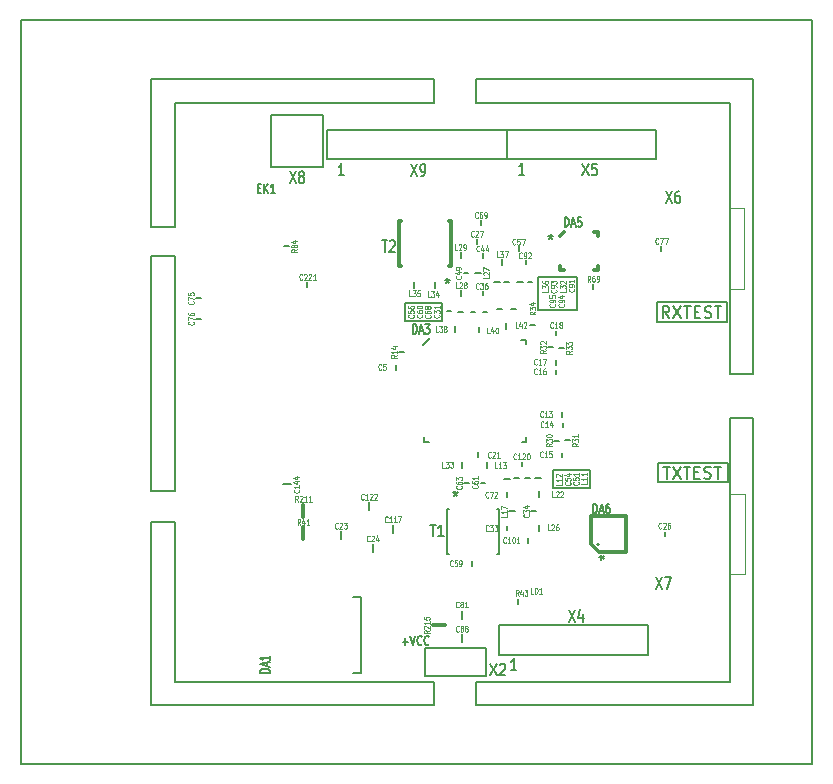
<source format=gto>
G04 (created by PCBNEW (2013-05-31 BZR 4019)-stable) date 03/03/2014 21:16:58*
%MOIN*%
G04 Gerber Fmt 3.4, Leading zero omitted, Abs format*
%FSLAX34Y34*%
G01*
G70*
G90*
G04 APERTURE LIST*
%ADD10C,0.00590551*%
%ADD11C,0.0077*%
%ADD12C,0.0078*%
%ADD13C,0.0079*%
%ADD14C,0.0117*%
%ADD15C,0.0039*%
%ADD16C,0.00787402*%
%ADD17C,0.0097*%
%ADD18C,0.0059*%
%ADD19C,0.0069*%
%ADD20C,0.00785*%
G04 APERTURE END LIST*
G54D10*
G54D11*
X60335Y-43268D02*
X60335Y-42677D01*
X61575Y-43268D02*
X60335Y-43268D01*
X61575Y-42677D02*
X61575Y-43268D01*
X60334Y-42677D02*
X61574Y-42677D01*
X59843Y-37343D02*
X59843Y-36260D01*
X61142Y-37343D02*
X59843Y-37343D01*
X61142Y-36260D02*
X61142Y-37343D01*
X59842Y-36259D02*
X61142Y-36259D01*
X55413Y-37106D02*
X55433Y-37106D01*
X55412Y-37697D02*
X55412Y-37106D01*
X56634Y-37697D02*
X55413Y-37697D01*
X56634Y-37106D02*
X56634Y-37697D01*
X55413Y-37106D02*
X56634Y-37106D01*
X66126Y-37091D02*
X66126Y-37736D01*
X63813Y-37092D02*
X63813Y-37732D01*
X42606Y-52483D02*
X42606Y-27680D01*
X68983Y-52483D02*
X42606Y-52483D01*
X68983Y-27680D02*
X68983Y-52483D01*
X42606Y-27680D02*
X68983Y-27680D01*
X66228Y-30437D02*
X66228Y-39492D01*
X57764Y-30437D02*
X66228Y-30437D01*
X57764Y-29650D02*
X57764Y-30437D01*
X67016Y-29650D02*
X57764Y-29650D01*
X67016Y-39492D02*
X67016Y-29650D01*
X66228Y-39492D02*
X67016Y-39492D01*
X57764Y-50515D02*
X57764Y-49728D01*
X67016Y-50515D02*
X57764Y-50515D01*
X67016Y-40948D02*
X67016Y-50515D01*
X66228Y-40948D02*
X67016Y-40948D01*
X66228Y-49728D02*
X66228Y-40948D01*
X57764Y-49728D02*
X66228Y-49728D01*
X46936Y-50515D02*
X46936Y-44413D01*
X56386Y-50515D02*
X46936Y-50515D01*
X56386Y-49728D02*
X56386Y-50515D01*
X47724Y-49728D02*
X56386Y-49728D01*
X47724Y-44413D02*
X47724Y-49728D01*
X46936Y-44413D02*
X47724Y-44413D01*
X46936Y-43390D02*
X46936Y-35555D01*
X47724Y-43390D02*
X46936Y-43390D01*
X47724Y-35555D02*
X47724Y-43390D01*
X46936Y-35555D02*
X47724Y-35555D01*
X47724Y-30437D02*
X47724Y-34570D01*
X46936Y-34570D02*
X47724Y-34570D01*
X46936Y-29648D02*
X46936Y-34570D01*
X46936Y-29648D02*
X56384Y-29648D01*
X56384Y-29648D02*
X56384Y-30437D01*
X47724Y-30437D02*
X56384Y-30437D01*
G54D12*
X63815Y-37091D02*
X66125Y-37091D01*
G54D13*
X64018Y-42571D02*
X64242Y-42571D01*
X64130Y-42963D02*
X64130Y-42571D01*
X64336Y-42571D02*
X64597Y-42963D01*
X64597Y-42571D02*
X64336Y-42963D01*
X64690Y-42571D02*
X64914Y-42571D01*
X64802Y-42963D02*
X64802Y-42571D01*
X65045Y-42758D02*
X65176Y-42758D01*
X65232Y-42963D02*
X65045Y-42963D01*
X65045Y-42571D01*
X65232Y-42571D01*
X65381Y-42945D02*
X65437Y-42963D01*
X65530Y-42963D01*
X65568Y-42945D01*
X65586Y-42926D01*
X65605Y-42889D01*
X65605Y-42851D01*
X65586Y-42814D01*
X65568Y-42795D01*
X65530Y-42777D01*
X65456Y-42758D01*
X65418Y-42739D01*
X65400Y-42721D01*
X65381Y-42683D01*
X65381Y-42646D01*
X65400Y-42609D01*
X65418Y-42590D01*
X65456Y-42571D01*
X65549Y-42571D01*
X65605Y-42590D01*
X65717Y-42571D02*
X65941Y-42571D01*
X65829Y-42963D02*
X65829Y-42571D01*
G54D12*
X63850Y-43075D02*
X66162Y-43075D01*
G54D11*
X63849Y-42447D02*
X63849Y-43075D01*
G54D12*
X63850Y-42449D02*
X66162Y-42449D01*
G54D11*
X66165Y-42447D02*
X66165Y-43075D01*
G54D12*
X63815Y-37737D02*
X66125Y-37737D01*
G54D13*
X64217Y-37606D02*
X64086Y-37420D01*
X63993Y-37606D02*
X63993Y-37214D01*
X64142Y-37214D01*
X64179Y-37233D01*
X64198Y-37252D01*
X64217Y-37289D01*
X64217Y-37345D01*
X64198Y-37382D01*
X64179Y-37401D01*
X64142Y-37420D01*
X63993Y-37420D01*
X64347Y-37214D02*
X64609Y-37606D01*
X64609Y-37214D02*
X64347Y-37606D01*
X64702Y-37214D02*
X64926Y-37214D01*
X64814Y-37606D02*
X64814Y-37214D01*
X65057Y-37401D02*
X65187Y-37401D01*
X65243Y-37606D02*
X65057Y-37606D01*
X65057Y-37214D01*
X65243Y-37214D01*
X65393Y-37588D02*
X65449Y-37606D01*
X65542Y-37606D01*
X65579Y-37588D01*
X65598Y-37569D01*
X65617Y-37532D01*
X65617Y-37494D01*
X65598Y-37457D01*
X65579Y-37438D01*
X65542Y-37420D01*
X65467Y-37401D01*
X65430Y-37382D01*
X65411Y-37364D01*
X65393Y-37326D01*
X65393Y-37289D01*
X65411Y-37252D01*
X65430Y-37233D01*
X65467Y-37214D01*
X65561Y-37214D01*
X65617Y-37233D01*
X65729Y-37214D02*
X65953Y-37214D01*
X65841Y-37606D02*
X65841Y-37214D01*
G54D14*
X56336Y-47858D02*
X56728Y-47858D01*
X52020Y-43840D02*
X52020Y-44232D01*
X52020Y-44576D02*
X52020Y-44968D01*
G54D11*
X51523Y-35221D02*
X51367Y-35221D01*
X61685Y-36637D02*
X61685Y-36481D01*
X60383Y-41705D02*
X60539Y-41705D01*
X55377Y-38744D02*
X55221Y-38744D01*
X60905Y-41689D02*
X60749Y-41689D01*
X60540Y-38599D02*
X60696Y-38599D01*
X60342Y-38587D02*
X60186Y-38587D01*
X59587Y-37839D02*
X59743Y-37839D01*
X58701Y-42963D02*
X58897Y-42963D01*
X57923Y-36122D02*
X57727Y-36122D01*
X59745Y-42953D02*
X59941Y-42953D01*
X58630Y-35838D02*
X58630Y-35642D01*
X57272Y-36885D02*
X57272Y-36689D01*
X58374Y-36398D02*
X58570Y-36398D01*
X57264Y-35610D02*
X57264Y-35414D01*
X58787Y-37968D02*
X58787Y-37772D01*
X59350Y-36417D02*
X59154Y-36417D01*
X58126Y-42618D02*
X58126Y-42422D01*
X57293Y-42402D02*
X57293Y-42598D01*
X59862Y-44508D02*
X59862Y-44704D01*
X58878Y-44055D02*
X59074Y-44055D01*
X59862Y-43386D02*
X59862Y-43582D01*
X57067Y-38082D02*
X57067Y-37886D01*
X56398Y-36598D02*
X56398Y-36402D01*
X55720Y-36398D02*
X55720Y-36594D01*
X57874Y-38090D02*
X57874Y-37894D01*
X57293Y-47363D02*
X57293Y-47637D01*
X57303Y-48147D02*
X57303Y-48421D01*
X54327Y-45413D02*
X54327Y-45139D01*
X51332Y-43158D02*
X51606Y-43158D01*
X53272Y-44714D02*
X53272Y-44988D01*
X55000Y-44775D02*
X55000Y-44501D01*
X54205Y-43745D02*
X54205Y-44019D01*
X59193Y-35227D02*
X59193Y-35383D01*
X59504Y-44953D02*
X59504Y-45109D01*
X58799Y-44684D02*
X58799Y-44528D01*
X59771Y-44055D02*
X59615Y-44055D01*
X58799Y-43582D02*
X58799Y-43426D01*
X59202Y-42953D02*
X59046Y-42953D01*
X59566Y-42953D02*
X59410Y-42953D01*
X59307Y-42399D02*
X59307Y-42555D01*
X59499Y-36407D02*
X59655Y-36407D01*
X57646Y-45721D02*
X57646Y-45877D01*
X57799Y-34981D02*
X57799Y-35137D01*
X58082Y-43110D02*
X57926Y-43110D01*
X57539Y-43110D02*
X57383Y-43110D01*
X57844Y-42087D02*
X57844Y-42243D01*
X58934Y-37303D02*
X59090Y-37303D01*
X59425Y-35666D02*
X59425Y-35822D01*
X58721Y-36398D02*
X58877Y-36398D01*
X57363Y-36112D02*
X57519Y-36112D01*
X52153Y-36418D02*
X52153Y-36574D01*
X58002Y-35444D02*
X58002Y-35600D01*
X57993Y-37402D02*
X58149Y-37402D01*
X57599Y-37402D02*
X57755Y-37402D01*
X57182Y-37398D02*
X57338Y-37398D01*
X58002Y-36703D02*
X58002Y-36859D01*
X57941Y-34355D02*
X57941Y-34511D01*
X56796Y-37390D02*
X56952Y-37390D01*
X58469Y-37303D02*
X58625Y-37303D01*
X63952Y-35221D02*
X63952Y-35377D01*
X48454Y-36953D02*
X48610Y-36953D01*
X48610Y-37634D02*
X48454Y-37634D01*
X60441Y-38032D02*
X60441Y-38188D01*
X60445Y-39005D02*
X60445Y-39161D01*
X60441Y-39328D02*
X60441Y-39484D01*
X60650Y-40753D02*
X60650Y-40909D01*
X60638Y-42095D02*
X60638Y-42251D01*
X55106Y-39330D02*
X55106Y-39174D01*
X60658Y-41095D02*
X60658Y-41251D01*
X53688Y-46914D02*
X53923Y-46914D01*
X53923Y-46914D02*
X53923Y-49432D01*
X53688Y-49432D02*
X53923Y-49432D01*
X59162Y-47129D02*
X59162Y-46973D01*
G54D15*
X66736Y-43476D02*
X66736Y-46154D01*
X66736Y-46154D02*
X66263Y-46154D01*
X66263Y-43476D02*
X66735Y-43476D01*
X66720Y-33959D02*
X66720Y-36637D01*
X66720Y-36637D02*
X66247Y-36637D01*
X66247Y-33959D02*
X66719Y-33959D01*
G54D12*
X50935Y-30853D02*
X52663Y-30853D01*
X52663Y-30853D02*
X52663Y-32581D01*
X50935Y-32581D02*
X52663Y-32581D01*
X50935Y-30853D02*
X50935Y-32581D01*
X52815Y-31342D02*
X52815Y-32326D01*
X52815Y-31342D02*
X58799Y-31342D01*
X58799Y-31342D02*
X58799Y-32326D01*
X52815Y-32326D02*
X58799Y-32326D01*
X58106Y-49551D02*
X58106Y-48607D01*
X58106Y-49551D02*
X56072Y-49551D01*
X56072Y-49551D02*
X56072Y-48607D01*
X58106Y-48607D02*
X56072Y-48607D01*
X56808Y-45481D02*
X56870Y-45481D01*
X56870Y-43981D02*
X56808Y-43981D01*
X58540Y-43981D02*
X58462Y-43981D01*
X58540Y-43981D02*
X58540Y-45481D01*
X58540Y-45481D02*
X58462Y-45481D01*
X56808Y-43981D02*
X56808Y-45481D01*
G54D14*
X61829Y-34750D02*
X61829Y-34887D01*
X61829Y-34750D02*
X61692Y-34750D01*
X61692Y-36008D02*
X61829Y-36008D01*
X61829Y-36008D02*
X61829Y-35871D01*
X60571Y-35871D02*
X60571Y-36008D01*
X60708Y-36008D02*
X60571Y-36008D01*
X60708Y-34750D02*
X60571Y-34887D01*
X56936Y-34374D02*
X56874Y-34374D01*
X56874Y-35874D02*
X56936Y-35874D01*
X55202Y-35874D02*
X55280Y-35874D01*
X55202Y-35874D02*
X55202Y-34374D01*
X55202Y-34374D02*
X55280Y-34374D01*
X56936Y-35874D02*
X56936Y-34374D01*
G54D12*
X58822Y-31342D02*
X58822Y-32326D01*
X58822Y-31342D02*
X63782Y-31342D01*
X63782Y-31342D02*
X63782Y-32326D01*
X58822Y-32326D02*
X63782Y-32326D01*
X58551Y-47858D02*
X58551Y-48842D01*
X58551Y-47858D02*
X63511Y-47858D01*
X63511Y-47858D02*
X63511Y-48842D01*
X58551Y-48842D02*
X63511Y-48842D01*
G54D16*
X61870Y-45161D02*
G75*
G03X61870Y-45161I-39J0D01*
G74*
G01*
G54D14*
X61594Y-45129D02*
X61594Y-44224D01*
X61594Y-44224D02*
X62775Y-44224D01*
X62775Y-44224D02*
X62775Y-45405D01*
X62775Y-45405D02*
X61870Y-45405D01*
X61870Y-45405D02*
X61594Y-45129D01*
G54D11*
X64059Y-44736D02*
X64059Y-44892D01*
G54D12*
X56051Y-41580D02*
X56051Y-41742D01*
X56051Y-41742D02*
X56208Y-41742D01*
X59446Y-41739D02*
X59290Y-41739D01*
X59446Y-41577D02*
X59446Y-41739D01*
X59278Y-38330D02*
X59441Y-38330D01*
X59441Y-38330D02*
X59441Y-38487D01*
X56012Y-38502D02*
X56223Y-38291D01*
G54D17*
G54D15*
X56228Y-48022D02*
X56136Y-48075D01*
X56228Y-48112D02*
X56033Y-48112D01*
X56033Y-48052D01*
X56043Y-48037D01*
X56052Y-48030D01*
X56071Y-48022D01*
X56098Y-48022D01*
X56117Y-48030D01*
X56126Y-48037D01*
X56136Y-48052D01*
X56136Y-48112D01*
X56052Y-47962D02*
X56043Y-47955D01*
X56033Y-47940D01*
X56033Y-47903D01*
X56043Y-47888D01*
X56052Y-47880D01*
X56071Y-47873D01*
X56089Y-47873D01*
X56117Y-47880D01*
X56228Y-47970D01*
X56228Y-47873D01*
X56228Y-47723D02*
X56228Y-47813D01*
X56228Y-47768D02*
X56033Y-47768D01*
X56061Y-47783D01*
X56080Y-47798D01*
X56089Y-47813D01*
X56033Y-47581D02*
X56033Y-47656D01*
X56126Y-47663D01*
X56117Y-47656D01*
X56108Y-47641D01*
X56108Y-47604D01*
X56117Y-47589D01*
X56126Y-47581D01*
X56145Y-47574D01*
X56191Y-47574D01*
X56210Y-47581D01*
X56219Y-47589D01*
X56228Y-47604D01*
X56228Y-47641D01*
X56219Y-47656D01*
X56210Y-47663D01*
X51844Y-43728D02*
X51791Y-43636D01*
X51754Y-43728D02*
X51754Y-43533D01*
X51814Y-43533D01*
X51829Y-43543D01*
X51836Y-43552D01*
X51844Y-43571D01*
X51844Y-43598D01*
X51836Y-43617D01*
X51829Y-43626D01*
X51814Y-43636D01*
X51754Y-43636D01*
X51904Y-43552D02*
X51911Y-43543D01*
X51926Y-43533D01*
X51963Y-43533D01*
X51978Y-43543D01*
X51986Y-43552D01*
X51993Y-43571D01*
X51993Y-43589D01*
X51986Y-43617D01*
X51896Y-43728D01*
X51993Y-43728D01*
X52143Y-43728D02*
X52053Y-43728D01*
X52098Y-43728D02*
X52098Y-43533D01*
X52083Y-43561D01*
X52068Y-43580D01*
X52053Y-43589D01*
X52292Y-43728D02*
X52203Y-43728D01*
X52248Y-43728D02*
X52248Y-43533D01*
X52233Y-43561D01*
X52218Y-43580D01*
X52203Y-43589D01*
X51919Y-44503D02*
X51866Y-44411D01*
X51829Y-44503D02*
X51829Y-44308D01*
X51889Y-44308D01*
X51904Y-44318D01*
X51911Y-44327D01*
X51919Y-44346D01*
X51919Y-44373D01*
X51911Y-44392D01*
X51904Y-44401D01*
X51889Y-44411D01*
X51829Y-44411D01*
X52053Y-44373D02*
X52053Y-44503D01*
X52016Y-44299D02*
X51978Y-44438D01*
X52076Y-44438D01*
X52218Y-44503D02*
X52128Y-44503D01*
X52173Y-44503D02*
X52173Y-44308D01*
X52158Y-44336D01*
X52143Y-44355D01*
X52128Y-44364D01*
X51810Y-35317D02*
X51718Y-35370D01*
X51810Y-35407D02*
X51615Y-35407D01*
X51615Y-35347D01*
X51625Y-35332D01*
X51634Y-35325D01*
X51653Y-35317D01*
X51680Y-35317D01*
X51699Y-35325D01*
X51708Y-35332D01*
X51718Y-35347D01*
X51718Y-35407D01*
X51699Y-35228D02*
X51690Y-35243D01*
X51680Y-35250D01*
X51662Y-35258D01*
X51653Y-35258D01*
X51634Y-35250D01*
X51625Y-35243D01*
X51615Y-35228D01*
X51615Y-35198D01*
X51625Y-35183D01*
X51634Y-35175D01*
X51653Y-35168D01*
X51662Y-35168D01*
X51680Y-35175D01*
X51690Y-35183D01*
X51699Y-35198D01*
X51699Y-35228D01*
X51708Y-35243D01*
X51718Y-35250D01*
X51736Y-35258D01*
X51773Y-35258D01*
X51792Y-35250D01*
X51801Y-35243D01*
X51810Y-35228D01*
X51810Y-35198D01*
X51801Y-35183D01*
X51792Y-35175D01*
X51773Y-35168D01*
X51736Y-35168D01*
X51718Y-35175D01*
X51708Y-35183D01*
X51699Y-35198D01*
X51680Y-35033D02*
X51810Y-35033D01*
X51606Y-35071D02*
X51745Y-35108D01*
X51745Y-35011D01*
X61584Y-36397D02*
X61531Y-36305D01*
X61494Y-36397D02*
X61494Y-36202D01*
X61554Y-36202D01*
X61569Y-36212D01*
X61576Y-36221D01*
X61584Y-36240D01*
X61584Y-36267D01*
X61576Y-36286D01*
X61569Y-36295D01*
X61554Y-36305D01*
X61494Y-36305D01*
X61718Y-36202D02*
X61688Y-36202D01*
X61673Y-36212D01*
X61666Y-36221D01*
X61651Y-36249D01*
X61643Y-36286D01*
X61643Y-36360D01*
X61651Y-36379D01*
X61658Y-36388D01*
X61673Y-36397D01*
X61703Y-36397D01*
X61718Y-36388D01*
X61726Y-36379D01*
X61733Y-36360D01*
X61733Y-36314D01*
X61726Y-36295D01*
X61718Y-36286D01*
X61703Y-36277D01*
X61673Y-36277D01*
X61658Y-36286D01*
X61651Y-36295D01*
X61643Y-36314D01*
X61808Y-36397D02*
X61838Y-36397D01*
X61853Y-36388D01*
X61860Y-36379D01*
X61875Y-36351D01*
X61883Y-36314D01*
X61883Y-36240D01*
X61875Y-36221D01*
X61868Y-36212D01*
X61853Y-36202D01*
X61823Y-36202D01*
X61808Y-36212D01*
X61800Y-36221D01*
X61793Y-36240D01*
X61793Y-36286D01*
X61800Y-36305D01*
X61808Y-36314D01*
X61823Y-36323D01*
X61853Y-36323D01*
X61868Y-36314D01*
X61875Y-36305D01*
X61883Y-36286D01*
X60303Y-41789D02*
X60211Y-41842D01*
X60303Y-41879D02*
X60108Y-41879D01*
X60108Y-41819D01*
X60118Y-41804D01*
X60127Y-41797D01*
X60146Y-41789D01*
X60173Y-41789D01*
X60192Y-41797D01*
X60201Y-41804D01*
X60211Y-41819D01*
X60211Y-41879D01*
X60108Y-41737D02*
X60108Y-41640D01*
X60183Y-41692D01*
X60183Y-41670D01*
X60192Y-41655D01*
X60201Y-41647D01*
X60220Y-41640D01*
X60266Y-41640D01*
X60285Y-41647D01*
X60294Y-41655D01*
X60303Y-41670D01*
X60303Y-41715D01*
X60294Y-41730D01*
X60285Y-41737D01*
X60108Y-41543D02*
X60108Y-41528D01*
X60118Y-41513D01*
X60127Y-41505D01*
X60146Y-41498D01*
X60183Y-41490D01*
X60229Y-41490D01*
X60266Y-41498D01*
X60285Y-41505D01*
X60294Y-41513D01*
X60303Y-41528D01*
X60303Y-41543D01*
X60294Y-41558D01*
X60285Y-41565D01*
X60266Y-41573D01*
X60229Y-41580D01*
X60183Y-41580D01*
X60146Y-41573D01*
X60127Y-41565D01*
X60118Y-41558D01*
X60108Y-41543D01*
X55133Y-38844D02*
X55041Y-38897D01*
X55133Y-38934D02*
X54938Y-38934D01*
X54938Y-38874D01*
X54948Y-38859D01*
X54957Y-38852D01*
X54976Y-38844D01*
X55003Y-38844D01*
X55022Y-38852D01*
X55031Y-38859D01*
X55041Y-38874D01*
X55041Y-38934D01*
X55133Y-38695D02*
X55133Y-38785D01*
X55133Y-38740D02*
X54938Y-38740D01*
X54966Y-38755D01*
X54985Y-38770D01*
X54994Y-38785D01*
X55003Y-38560D02*
X55133Y-38560D01*
X54929Y-38598D02*
X55068Y-38635D01*
X55068Y-38538D01*
X61184Y-41785D02*
X61092Y-41838D01*
X61184Y-41875D02*
X60989Y-41875D01*
X60989Y-41815D01*
X60999Y-41800D01*
X61008Y-41793D01*
X61027Y-41785D01*
X61054Y-41785D01*
X61073Y-41793D01*
X61082Y-41800D01*
X61092Y-41815D01*
X61092Y-41875D01*
X60989Y-41733D02*
X60989Y-41636D01*
X61064Y-41688D01*
X61064Y-41666D01*
X61073Y-41651D01*
X61082Y-41643D01*
X61101Y-41636D01*
X61147Y-41636D01*
X61166Y-41643D01*
X61175Y-41651D01*
X61184Y-41666D01*
X61184Y-41711D01*
X61175Y-41726D01*
X61166Y-41733D01*
X61184Y-41486D02*
X61184Y-41576D01*
X61184Y-41531D02*
X60989Y-41531D01*
X61017Y-41546D01*
X61036Y-41561D01*
X61045Y-41576D01*
X60972Y-38707D02*
X60880Y-38760D01*
X60972Y-38797D02*
X60777Y-38797D01*
X60777Y-38737D01*
X60787Y-38722D01*
X60796Y-38715D01*
X60815Y-38707D01*
X60842Y-38707D01*
X60861Y-38715D01*
X60870Y-38722D01*
X60880Y-38737D01*
X60880Y-38797D01*
X60777Y-38655D02*
X60777Y-38558D01*
X60852Y-38610D01*
X60852Y-38588D01*
X60861Y-38573D01*
X60870Y-38565D01*
X60889Y-38558D01*
X60935Y-38558D01*
X60954Y-38565D01*
X60963Y-38573D01*
X60972Y-38588D01*
X60972Y-38633D01*
X60963Y-38648D01*
X60954Y-38655D01*
X60777Y-38506D02*
X60777Y-38408D01*
X60852Y-38461D01*
X60852Y-38438D01*
X60861Y-38423D01*
X60870Y-38416D01*
X60889Y-38408D01*
X60935Y-38408D01*
X60954Y-38416D01*
X60963Y-38423D01*
X60972Y-38438D01*
X60972Y-38483D01*
X60963Y-38498D01*
X60954Y-38506D01*
X60106Y-38683D02*
X60014Y-38736D01*
X60106Y-38773D02*
X59911Y-38773D01*
X59911Y-38713D01*
X59921Y-38698D01*
X59930Y-38691D01*
X59949Y-38683D01*
X59976Y-38683D01*
X59995Y-38691D01*
X60004Y-38698D01*
X60014Y-38713D01*
X60014Y-38773D01*
X59911Y-38631D02*
X59911Y-38534D01*
X59986Y-38586D01*
X59986Y-38564D01*
X59995Y-38549D01*
X60004Y-38541D01*
X60023Y-38534D01*
X60069Y-38534D01*
X60088Y-38541D01*
X60097Y-38549D01*
X60106Y-38564D01*
X60106Y-38609D01*
X60097Y-38624D01*
X60088Y-38631D01*
X59930Y-38474D02*
X59921Y-38467D01*
X59911Y-38452D01*
X59911Y-38414D01*
X59921Y-38399D01*
X59930Y-38392D01*
X59949Y-38384D01*
X59967Y-38384D01*
X59995Y-38392D01*
X60106Y-38482D01*
X60106Y-38384D01*
X59751Y-37399D02*
X59659Y-37452D01*
X59751Y-37489D02*
X59556Y-37489D01*
X59556Y-37429D01*
X59566Y-37414D01*
X59575Y-37407D01*
X59594Y-37399D01*
X59621Y-37399D01*
X59640Y-37407D01*
X59649Y-37414D01*
X59659Y-37429D01*
X59659Y-37489D01*
X59556Y-37347D02*
X59556Y-37250D01*
X59631Y-37302D01*
X59631Y-37280D01*
X59640Y-37265D01*
X59649Y-37257D01*
X59668Y-37250D01*
X59714Y-37250D01*
X59733Y-37257D01*
X59742Y-37265D01*
X59751Y-37280D01*
X59751Y-37325D01*
X59742Y-37340D01*
X59733Y-37347D01*
X59621Y-37115D02*
X59751Y-37115D01*
X59547Y-37153D02*
X59686Y-37190D01*
X59686Y-37093D01*
X60629Y-43092D02*
X60629Y-43167D01*
X60434Y-43167D01*
X60629Y-42958D02*
X60629Y-43048D01*
X60629Y-43003D02*
X60434Y-43003D01*
X60462Y-43018D01*
X60481Y-43033D01*
X60490Y-43048D01*
X60453Y-42898D02*
X60444Y-42891D01*
X60434Y-42876D01*
X60434Y-42838D01*
X60444Y-42823D01*
X60453Y-42816D01*
X60472Y-42808D01*
X60490Y-42808D01*
X60518Y-42816D01*
X60629Y-42906D01*
X60629Y-42808D01*
X58216Y-36218D02*
X58216Y-36293D01*
X58021Y-36293D01*
X58040Y-36174D02*
X58031Y-36166D01*
X58021Y-36151D01*
X58021Y-36114D01*
X58031Y-36099D01*
X58040Y-36091D01*
X58059Y-36084D01*
X58077Y-36084D01*
X58105Y-36091D01*
X58216Y-36181D01*
X58216Y-36084D01*
X58021Y-36032D02*
X58021Y-35927D01*
X58216Y-35994D01*
X61476Y-43053D02*
X61476Y-43128D01*
X61281Y-43128D01*
X61476Y-42919D02*
X61476Y-43009D01*
X61476Y-42964D02*
X61281Y-42964D01*
X61309Y-42979D01*
X61328Y-42994D01*
X61337Y-43009D01*
X61476Y-42769D02*
X61476Y-42859D01*
X61476Y-42814D02*
X61281Y-42814D01*
X61309Y-42829D01*
X61328Y-42844D01*
X61337Y-42859D01*
X58537Y-35586D02*
X58462Y-35586D01*
X58462Y-35391D01*
X58574Y-35391D02*
X58671Y-35391D01*
X58619Y-35466D01*
X58641Y-35466D01*
X58656Y-35475D01*
X58664Y-35484D01*
X58671Y-35503D01*
X58671Y-35549D01*
X58664Y-35568D01*
X58656Y-35577D01*
X58641Y-35586D01*
X58596Y-35586D01*
X58581Y-35577D01*
X58574Y-35568D01*
X58723Y-35391D02*
X58828Y-35391D01*
X58761Y-35586D01*
X57179Y-36617D02*
X57104Y-36617D01*
X57104Y-36422D01*
X57223Y-36441D02*
X57231Y-36432D01*
X57246Y-36422D01*
X57283Y-36422D01*
X57298Y-36432D01*
X57306Y-36441D01*
X57313Y-36460D01*
X57313Y-36478D01*
X57306Y-36506D01*
X57216Y-36617D01*
X57313Y-36617D01*
X57403Y-36506D02*
X57388Y-36497D01*
X57380Y-36487D01*
X57373Y-36469D01*
X57373Y-36460D01*
X57380Y-36441D01*
X57388Y-36432D01*
X57403Y-36422D01*
X57433Y-36422D01*
X57448Y-36432D01*
X57455Y-36441D01*
X57463Y-36460D01*
X57463Y-36469D01*
X57455Y-36487D01*
X57448Y-36497D01*
X57433Y-36506D01*
X57403Y-36506D01*
X57388Y-36515D01*
X57380Y-36525D01*
X57373Y-36543D01*
X57373Y-36580D01*
X57380Y-36599D01*
X57388Y-36608D01*
X57403Y-36617D01*
X57433Y-36617D01*
X57448Y-36608D01*
X57455Y-36599D01*
X57463Y-36580D01*
X57463Y-36543D01*
X57455Y-36525D01*
X57448Y-36515D01*
X57433Y-36506D01*
X60176Y-36655D02*
X60176Y-36730D01*
X59981Y-36730D01*
X59981Y-36618D02*
X59981Y-36521D01*
X60056Y-36573D01*
X60056Y-36551D01*
X60065Y-36536D01*
X60074Y-36528D01*
X60093Y-36521D01*
X60139Y-36521D01*
X60158Y-36528D01*
X60167Y-36536D01*
X60176Y-36551D01*
X60176Y-36596D01*
X60167Y-36611D01*
X60158Y-36618D01*
X59981Y-36386D02*
X59981Y-36416D01*
X59991Y-36431D01*
X60000Y-36439D01*
X60028Y-36454D01*
X60065Y-36461D01*
X60139Y-36461D01*
X60158Y-36454D01*
X60167Y-36446D01*
X60176Y-36431D01*
X60176Y-36401D01*
X60167Y-36386D01*
X60158Y-36379D01*
X60139Y-36371D01*
X60093Y-36371D01*
X60074Y-36379D01*
X60065Y-36386D01*
X60056Y-36401D01*
X60056Y-36431D01*
X60065Y-36446D01*
X60074Y-36454D01*
X60093Y-36461D01*
X57155Y-35350D02*
X57080Y-35350D01*
X57080Y-35155D01*
X57199Y-35174D02*
X57207Y-35165D01*
X57222Y-35155D01*
X57259Y-35155D01*
X57274Y-35165D01*
X57282Y-35174D01*
X57289Y-35193D01*
X57289Y-35211D01*
X57282Y-35239D01*
X57192Y-35350D01*
X57289Y-35350D01*
X57364Y-35350D02*
X57394Y-35350D01*
X57409Y-35341D01*
X57416Y-35332D01*
X57431Y-35304D01*
X57439Y-35267D01*
X57439Y-35193D01*
X57431Y-35174D01*
X57424Y-35165D01*
X57409Y-35155D01*
X57379Y-35155D01*
X57364Y-35165D01*
X57356Y-35174D01*
X57349Y-35193D01*
X57349Y-35239D01*
X57356Y-35258D01*
X57364Y-35267D01*
X57379Y-35276D01*
X57409Y-35276D01*
X57424Y-35267D01*
X57431Y-35258D01*
X57439Y-35239D01*
X59171Y-37948D02*
X59096Y-37948D01*
X59096Y-37753D01*
X59290Y-37818D02*
X59290Y-37948D01*
X59253Y-37744D02*
X59215Y-37883D01*
X59313Y-37883D01*
X59365Y-37772D02*
X59372Y-37763D01*
X59387Y-37753D01*
X59425Y-37753D01*
X59440Y-37763D01*
X59447Y-37772D01*
X59455Y-37791D01*
X59455Y-37809D01*
X59447Y-37837D01*
X59357Y-37948D01*
X59455Y-37948D01*
X60767Y-36655D02*
X60767Y-36730D01*
X60572Y-36730D01*
X60572Y-36618D02*
X60572Y-36521D01*
X60647Y-36573D01*
X60647Y-36551D01*
X60656Y-36536D01*
X60665Y-36528D01*
X60684Y-36521D01*
X60730Y-36521D01*
X60749Y-36528D01*
X60758Y-36536D01*
X60767Y-36551D01*
X60767Y-36596D01*
X60758Y-36611D01*
X60749Y-36618D01*
X60591Y-36461D02*
X60582Y-36454D01*
X60572Y-36439D01*
X60572Y-36401D01*
X60582Y-36386D01*
X60591Y-36379D01*
X60610Y-36371D01*
X60628Y-36371D01*
X60656Y-36379D01*
X60767Y-36469D01*
X60767Y-36371D01*
X58482Y-42617D02*
X58407Y-42617D01*
X58407Y-42422D01*
X58616Y-42617D02*
X58526Y-42617D01*
X58571Y-42617D02*
X58571Y-42422D01*
X58556Y-42450D01*
X58541Y-42469D01*
X58526Y-42478D01*
X58668Y-42422D02*
X58766Y-42422D01*
X58713Y-42497D01*
X58736Y-42497D01*
X58751Y-42506D01*
X58758Y-42515D01*
X58766Y-42534D01*
X58766Y-42580D01*
X58758Y-42599D01*
X58751Y-42608D01*
X58736Y-42617D01*
X58691Y-42617D01*
X58676Y-42608D01*
X58668Y-42599D01*
X56730Y-42598D02*
X56655Y-42598D01*
X56655Y-42403D01*
X56767Y-42403D02*
X56864Y-42403D01*
X56812Y-42478D01*
X56834Y-42478D01*
X56849Y-42487D01*
X56857Y-42496D01*
X56864Y-42515D01*
X56864Y-42561D01*
X56857Y-42580D01*
X56849Y-42589D01*
X56834Y-42598D01*
X56789Y-42598D01*
X56774Y-42589D01*
X56767Y-42580D01*
X56916Y-42403D02*
X57014Y-42403D01*
X56961Y-42478D01*
X56984Y-42478D01*
X56999Y-42487D01*
X57006Y-42496D01*
X57014Y-42515D01*
X57014Y-42561D01*
X57006Y-42580D01*
X56999Y-42589D01*
X56984Y-42598D01*
X56939Y-42598D01*
X56924Y-42589D01*
X56916Y-42580D01*
X60245Y-44688D02*
X60170Y-44688D01*
X60170Y-44493D01*
X60289Y-44512D02*
X60297Y-44503D01*
X60312Y-44493D01*
X60349Y-44493D01*
X60364Y-44503D01*
X60372Y-44512D01*
X60379Y-44531D01*
X60379Y-44549D01*
X60372Y-44577D01*
X60282Y-44688D01*
X60379Y-44688D01*
X60514Y-44493D02*
X60484Y-44493D01*
X60469Y-44503D01*
X60461Y-44512D01*
X60446Y-44540D01*
X60439Y-44577D01*
X60439Y-44651D01*
X60446Y-44670D01*
X60454Y-44679D01*
X60469Y-44688D01*
X60499Y-44688D01*
X60514Y-44679D01*
X60521Y-44670D01*
X60529Y-44651D01*
X60529Y-44605D01*
X60521Y-44586D01*
X60514Y-44577D01*
X60499Y-44568D01*
X60469Y-44568D01*
X60454Y-44577D01*
X60446Y-44586D01*
X60439Y-44605D01*
X58798Y-44155D02*
X58798Y-44230D01*
X58603Y-44230D01*
X58798Y-44021D02*
X58798Y-44111D01*
X58798Y-44066D02*
X58603Y-44066D01*
X58631Y-44081D01*
X58650Y-44096D01*
X58659Y-44111D01*
X58603Y-43969D02*
X58603Y-43864D01*
X58798Y-43931D01*
X60391Y-43582D02*
X60316Y-43582D01*
X60316Y-43387D01*
X60435Y-43406D02*
X60443Y-43397D01*
X60458Y-43387D01*
X60495Y-43387D01*
X60510Y-43397D01*
X60518Y-43406D01*
X60525Y-43425D01*
X60525Y-43443D01*
X60518Y-43471D01*
X60428Y-43582D01*
X60525Y-43582D01*
X60585Y-43406D02*
X60592Y-43397D01*
X60607Y-43387D01*
X60645Y-43387D01*
X60660Y-43397D01*
X60667Y-43406D01*
X60675Y-43425D01*
X60675Y-43443D01*
X60667Y-43471D01*
X60577Y-43582D01*
X60675Y-43582D01*
X56513Y-38074D02*
X56438Y-38074D01*
X56438Y-37879D01*
X56550Y-37879D02*
X56647Y-37879D01*
X56595Y-37954D01*
X56617Y-37954D01*
X56632Y-37963D01*
X56640Y-37972D01*
X56647Y-37991D01*
X56647Y-38037D01*
X56640Y-38056D01*
X56632Y-38065D01*
X56617Y-38074D01*
X56572Y-38074D01*
X56557Y-38065D01*
X56550Y-38056D01*
X56737Y-37963D02*
X56722Y-37954D01*
X56714Y-37944D01*
X56707Y-37926D01*
X56707Y-37917D01*
X56714Y-37898D01*
X56722Y-37889D01*
X56737Y-37879D01*
X56767Y-37879D01*
X56782Y-37889D01*
X56789Y-37898D01*
X56797Y-37917D01*
X56797Y-37926D01*
X56789Y-37944D01*
X56782Y-37954D01*
X56767Y-37963D01*
X56737Y-37963D01*
X56722Y-37972D01*
X56714Y-37982D01*
X56707Y-38000D01*
X56707Y-38037D01*
X56714Y-38056D01*
X56722Y-38065D01*
X56737Y-38074D01*
X56767Y-38074D01*
X56782Y-38065D01*
X56789Y-38056D01*
X56797Y-38037D01*
X56797Y-38000D01*
X56789Y-37982D01*
X56782Y-37972D01*
X56767Y-37963D01*
X56242Y-36905D02*
X56167Y-36905D01*
X56167Y-36710D01*
X56279Y-36710D02*
X56376Y-36710D01*
X56324Y-36785D01*
X56346Y-36785D01*
X56361Y-36794D01*
X56369Y-36803D01*
X56376Y-36822D01*
X56376Y-36868D01*
X56369Y-36887D01*
X56361Y-36896D01*
X56346Y-36905D01*
X56301Y-36905D01*
X56286Y-36896D01*
X56279Y-36887D01*
X56511Y-36775D02*
X56511Y-36905D01*
X56473Y-36701D02*
X56436Y-36840D01*
X56533Y-36840D01*
X55623Y-36881D02*
X55548Y-36881D01*
X55548Y-36686D01*
X55660Y-36686D02*
X55757Y-36686D01*
X55705Y-36761D01*
X55727Y-36761D01*
X55742Y-36770D01*
X55750Y-36779D01*
X55757Y-36798D01*
X55757Y-36844D01*
X55750Y-36863D01*
X55742Y-36872D01*
X55727Y-36881D01*
X55682Y-36881D01*
X55667Y-36872D01*
X55660Y-36863D01*
X55899Y-36686D02*
X55824Y-36686D01*
X55817Y-36779D01*
X55824Y-36770D01*
X55839Y-36761D01*
X55877Y-36761D01*
X55892Y-36770D01*
X55899Y-36779D01*
X55907Y-36798D01*
X55907Y-36844D01*
X55899Y-36863D01*
X55892Y-36872D01*
X55877Y-36881D01*
X55839Y-36881D01*
X55824Y-36872D01*
X55817Y-36863D01*
X58226Y-38125D02*
X58151Y-38125D01*
X58151Y-37930D01*
X58345Y-37995D02*
X58345Y-38125D01*
X58308Y-37921D02*
X58270Y-38060D01*
X58368Y-38060D01*
X58457Y-37930D02*
X58472Y-37930D01*
X58487Y-37940D01*
X58495Y-37949D01*
X58502Y-37968D01*
X58510Y-38005D01*
X58510Y-38051D01*
X58502Y-38088D01*
X58495Y-38107D01*
X58487Y-38116D01*
X58472Y-38125D01*
X58457Y-38125D01*
X58442Y-38116D01*
X58435Y-38107D01*
X58427Y-38088D01*
X58420Y-38051D01*
X58420Y-38005D01*
X58427Y-37968D01*
X58435Y-37949D01*
X58442Y-37940D01*
X58457Y-37930D01*
X57196Y-47241D02*
X57188Y-47250D01*
X57166Y-47259D01*
X57151Y-47259D01*
X57128Y-47250D01*
X57113Y-47232D01*
X57106Y-47213D01*
X57098Y-47176D01*
X57098Y-47148D01*
X57106Y-47111D01*
X57113Y-47092D01*
X57128Y-47074D01*
X57151Y-47064D01*
X57166Y-47064D01*
X57188Y-47074D01*
X57196Y-47083D01*
X57285Y-47148D02*
X57270Y-47139D01*
X57263Y-47129D01*
X57255Y-47111D01*
X57255Y-47102D01*
X57263Y-47083D01*
X57270Y-47074D01*
X57285Y-47064D01*
X57315Y-47064D01*
X57330Y-47074D01*
X57338Y-47083D01*
X57345Y-47102D01*
X57345Y-47111D01*
X57338Y-47129D01*
X57330Y-47139D01*
X57315Y-47148D01*
X57285Y-47148D01*
X57270Y-47157D01*
X57263Y-47167D01*
X57255Y-47185D01*
X57255Y-47222D01*
X57263Y-47241D01*
X57270Y-47250D01*
X57285Y-47259D01*
X57315Y-47259D01*
X57330Y-47250D01*
X57338Y-47241D01*
X57345Y-47222D01*
X57345Y-47185D01*
X57338Y-47167D01*
X57330Y-47157D01*
X57315Y-47148D01*
X57495Y-47259D02*
X57405Y-47259D01*
X57450Y-47259D02*
X57450Y-47064D01*
X57435Y-47092D01*
X57420Y-47111D01*
X57405Y-47120D01*
X57198Y-48048D02*
X57190Y-48057D01*
X57168Y-48066D01*
X57153Y-48066D01*
X57130Y-48057D01*
X57115Y-48039D01*
X57108Y-48020D01*
X57100Y-47983D01*
X57100Y-47955D01*
X57108Y-47918D01*
X57115Y-47899D01*
X57130Y-47881D01*
X57153Y-47871D01*
X57168Y-47871D01*
X57190Y-47881D01*
X57198Y-47890D01*
X57287Y-47955D02*
X57272Y-47946D01*
X57265Y-47936D01*
X57257Y-47918D01*
X57257Y-47909D01*
X57265Y-47890D01*
X57272Y-47881D01*
X57287Y-47871D01*
X57317Y-47871D01*
X57332Y-47881D01*
X57340Y-47890D01*
X57347Y-47909D01*
X57347Y-47918D01*
X57340Y-47936D01*
X57332Y-47946D01*
X57317Y-47955D01*
X57287Y-47955D01*
X57272Y-47964D01*
X57265Y-47974D01*
X57257Y-47992D01*
X57257Y-48029D01*
X57265Y-48048D01*
X57272Y-48057D01*
X57287Y-48066D01*
X57317Y-48066D01*
X57332Y-48057D01*
X57340Y-48048D01*
X57347Y-48029D01*
X57347Y-47992D01*
X57340Y-47974D01*
X57332Y-47964D01*
X57317Y-47955D01*
X57437Y-47955D02*
X57422Y-47946D01*
X57414Y-47936D01*
X57407Y-47918D01*
X57407Y-47909D01*
X57414Y-47890D01*
X57422Y-47881D01*
X57437Y-47871D01*
X57467Y-47871D01*
X57482Y-47881D01*
X57489Y-47890D01*
X57497Y-47909D01*
X57497Y-47918D01*
X57489Y-47936D01*
X57482Y-47946D01*
X57467Y-47955D01*
X57437Y-47955D01*
X57422Y-47964D01*
X57414Y-47974D01*
X57407Y-47992D01*
X57407Y-48029D01*
X57414Y-48048D01*
X57422Y-48057D01*
X57437Y-48066D01*
X57467Y-48066D01*
X57482Y-48057D01*
X57489Y-48048D01*
X57497Y-48029D01*
X57497Y-47992D01*
X57489Y-47974D01*
X57482Y-47964D01*
X57467Y-47955D01*
X54234Y-45041D02*
X54226Y-45050D01*
X54204Y-45059D01*
X54189Y-45059D01*
X54166Y-45050D01*
X54151Y-45032D01*
X54144Y-45013D01*
X54136Y-44976D01*
X54136Y-44948D01*
X54144Y-44911D01*
X54151Y-44892D01*
X54166Y-44874D01*
X54189Y-44864D01*
X54204Y-44864D01*
X54226Y-44874D01*
X54234Y-44883D01*
X54293Y-44883D02*
X54301Y-44874D01*
X54316Y-44864D01*
X54353Y-44864D01*
X54368Y-44874D01*
X54376Y-44883D01*
X54383Y-44902D01*
X54383Y-44920D01*
X54376Y-44948D01*
X54286Y-45059D01*
X54383Y-45059D01*
X54518Y-44929D02*
X54518Y-45059D01*
X54480Y-44855D02*
X54443Y-44994D01*
X54540Y-44994D01*
X51867Y-43337D02*
X51876Y-43345D01*
X51885Y-43367D01*
X51885Y-43382D01*
X51876Y-43404D01*
X51858Y-43419D01*
X51839Y-43427D01*
X51802Y-43434D01*
X51774Y-43434D01*
X51737Y-43427D01*
X51718Y-43419D01*
X51700Y-43404D01*
X51690Y-43382D01*
X51690Y-43367D01*
X51700Y-43345D01*
X51709Y-43337D01*
X51885Y-43188D02*
X51885Y-43277D01*
X51885Y-43233D02*
X51690Y-43233D01*
X51718Y-43247D01*
X51737Y-43262D01*
X51746Y-43277D01*
X51755Y-43053D02*
X51885Y-43053D01*
X51681Y-43090D02*
X51820Y-43128D01*
X51820Y-43031D01*
X51755Y-42904D02*
X51885Y-42904D01*
X51681Y-42941D02*
X51820Y-42978D01*
X51820Y-42881D01*
X53167Y-44611D02*
X53159Y-44620D01*
X53137Y-44629D01*
X53122Y-44629D01*
X53099Y-44620D01*
X53084Y-44602D01*
X53077Y-44583D01*
X53069Y-44546D01*
X53069Y-44518D01*
X53077Y-44481D01*
X53084Y-44462D01*
X53099Y-44444D01*
X53122Y-44434D01*
X53137Y-44434D01*
X53159Y-44444D01*
X53167Y-44453D01*
X53226Y-44453D02*
X53234Y-44444D01*
X53249Y-44434D01*
X53286Y-44434D01*
X53301Y-44444D01*
X53309Y-44453D01*
X53316Y-44472D01*
X53316Y-44490D01*
X53309Y-44518D01*
X53219Y-44629D01*
X53316Y-44629D01*
X53368Y-44434D02*
X53466Y-44434D01*
X53413Y-44509D01*
X53436Y-44509D01*
X53451Y-44518D01*
X53458Y-44527D01*
X53466Y-44546D01*
X53466Y-44592D01*
X53458Y-44611D01*
X53451Y-44620D01*
X53436Y-44629D01*
X53391Y-44629D01*
X53376Y-44620D01*
X53368Y-44611D01*
X54824Y-44403D02*
X54816Y-44412D01*
X54794Y-44421D01*
X54779Y-44421D01*
X54757Y-44412D01*
X54742Y-44394D01*
X54734Y-44375D01*
X54727Y-44338D01*
X54727Y-44310D01*
X54734Y-44273D01*
X54742Y-44254D01*
X54757Y-44236D01*
X54779Y-44226D01*
X54794Y-44226D01*
X54816Y-44236D01*
X54824Y-44245D01*
X54973Y-44421D02*
X54884Y-44421D01*
X54928Y-44421D02*
X54928Y-44226D01*
X54914Y-44254D01*
X54899Y-44273D01*
X54884Y-44282D01*
X55123Y-44421D02*
X55033Y-44421D01*
X55078Y-44421D02*
X55078Y-44226D01*
X55063Y-44254D01*
X55048Y-44273D01*
X55033Y-44282D01*
X55175Y-44226D02*
X55280Y-44226D01*
X55213Y-44421D01*
X54029Y-43643D02*
X54021Y-43652D01*
X53999Y-43661D01*
X53984Y-43661D01*
X53962Y-43652D01*
X53947Y-43634D01*
X53939Y-43615D01*
X53932Y-43578D01*
X53932Y-43550D01*
X53939Y-43513D01*
X53947Y-43494D01*
X53962Y-43476D01*
X53984Y-43466D01*
X53999Y-43466D01*
X54021Y-43476D01*
X54029Y-43485D01*
X54178Y-43661D02*
X54089Y-43661D01*
X54133Y-43661D02*
X54133Y-43466D01*
X54119Y-43494D01*
X54104Y-43513D01*
X54089Y-43522D01*
X54238Y-43485D02*
X54246Y-43476D01*
X54261Y-43466D01*
X54298Y-43466D01*
X54313Y-43476D01*
X54320Y-43485D01*
X54328Y-43504D01*
X54328Y-43522D01*
X54320Y-43550D01*
X54231Y-43661D01*
X54328Y-43661D01*
X54388Y-43485D02*
X54395Y-43476D01*
X54410Y-43466D01*
X54447Y-43466D01*
X54462Y-43476D01*
X54470Y-43485D01*
X54477Y-43504D01*
X54477Y-43522D01*
X54470Y-43550D01*
X54380Y-43661D01*
X54477Y-43661D01*
X59084Y-35151D02*
X59076Y-35160D01*
X59054Y-35169D01*
X59039Y-35169D01*
X59016Y-35160D01*
X59001Y-35142D01*
X58994Y-35123D01*
X58986Y-35086D01*
X58986Y-35058D01*
X58994Y-35021D01*
X59001Y-35002D01*
X59016Y-34984D01*
X59039Y-34974D01*
X59054Y-34974D01*
X59076Y-34984D01*
X59084Y-34993D01*
X59226Y-34974D02*
X59151Y-34974D01*
X59143Y-35067D01*
X59151Y-35058D01*
X59166Y-35049D01*
X59203Y-35049D01*
X59218Y-35058D01*
X59226Y-35067D01*
X59233Y-35086D01*
X59233Y-35132D01*
X59226Y-35151D01*
X59218Y-35160D01*
X59203Y-35169D01*
X59166Y-35169D01*
X59151Y-35160D01*
X59143Y-35151D01*
X59285Y-34974D02*
X59390Y-34974D01*
X59323Y-35169D01*
X58773Y-45091D02*
X58765Y-45100D01*
X58743Y-45109D01*
X58728Y-45109D01*
X58706Y-45100D01*
X58691Y-45082D01*
X58683Y-45063D01*
X58676Y-45026D01*
X58676Y-44998D01*
X58683Y-44961D01*
X58691Y-44942D01*
X58706Y-44924D01*
X58728Y-44914D01*
X58743Y-44914D01*
X58765Y-44924D01*
X58773Y-44933D01*
X58922Y-45109D02*
X58833Y-45109D01*
X58877Y-45109D02*
X58877Y-44914D01*
X58863Y-44942D01*
X58848Y-44961D01*
X58833Y-44970D01*
X59020Y-44914D02*
X59034Y-44914D01*
X59049Y-44924D01*
X59057Y-44933D01*
X59064Y-44952D01*
X59072Y-44989D01*
X59072Y-45035D01*
X59064Y-45072D01*
X59057Y-45091D01*
X59049Y-45100D01*
X59034Y-45109D01*
X59020Y-45109D01*
X59005Y-45100D01*
X58997Y-45091D01*
X58990Y-45072D01*
X58982Y-45035D01*
X58982Y-44989D01*
X58990Y-44952D01*
X58997Y-44933D01*
X59005Y-44924D01*
X59020Y-44914D01*
X59221Y-45109D02*
X59132Y-45109D01*
X59177Y-45109D02*
X59177Y-44914D01*
X59162Y-44942D01*
X59147Y-44961D01*
X59132Y-44970D01*
X58190Y-44694D02*
X58182Y-44703D01*
X58160Y-44712D01*
X58145Y-44712D01*
X58122Y-44703D01*
X58107Y-44685D01*
X58100Y-44666D01*
X58092Y-44629D01*
X58092Y-44601D01*
X58100Y-44564D01*
X58107Y-44545D01*
X58122Y-44527D01*
X58145Y-44517D01*
X58160Y-44517D01*
X58182Y-44527D01*
X58190Y-44536D01*
X58242Y-44517D02*
X58339Y-44517D01*
X58287Y-44592D01*
X58309Y-44592D01*
X58324Y-44601D01*
X58332Y-44610D01*
X58339Y-44629D01*
X58339Y-44675D01*
X58332Y-44694D01*
X58324Y-44703D01*
X58309Y-44712D01*
X58264Y-44712D01*
X58249Y-44703D01*
X58242Y-44694D01*
X58391Y-44517D02*
X58489Y-44517D01*
X58436Y-44592D01*
X58459Y-44592D01*
X58474Y-44601D01*
X58481Y-44610D01*
X58489Y-44629D01*
X58489Y-44675D01*
X58481Y-44694D01*
X58474Y-44703D01*
X58459Y-44712D01*
X58414Y-44712D01*
X58399Y-44703D01*
X58391Y-44694D01*
X59529Y-44155D02*
X59538Y-44163D01*
X59547Y-44185D01*
X59547Y-44200D01*
X59538Y-44223D01*
X59520Y-44238D01*
X59501Y-44245D01*
X59464Y-44253D01*
X59436Y-44253D01*
X59399Y-44245D01*
X59380Y-44238D01*
X59362Y-44223D01*
X59352Y-44200D01*
X59352Y-44185D01*
X59362Y-44163D01*
X59371Y-44155D01*
X59352Y-44103D02*
X59352Y-44006D01*
X59427Y-44058D01*
X59427Y-44036D01*
X59436Y-44021D01*
X59445Y-44013D01*
X59464Y-44006D01*
X59510Y-44006D01*
X59529Y-44013D01*
X59538Y-44021D01*
X59547Y-44036D01*
X59547Y-44081D01*
X59538Y-44096D01*
X59529Y-44103D01*
X59417Y-43871D02*
X59547Y-43871D01*
X59343Y-43909D02*
X59482Y-43946D01*
X59482Y-43849D01*
X58186Y-43584D02*
X58178Y-43593D01*
X58156Y-43602D01*
X58141Y-43602D01*
X58118Y-43593D01*
X58103Y-43575D01*
X58096Y-43556D01*
X58088Y-43519D01*
X58088Y-43491D01*
X58096Y-43454D01*
X58103Y-43435D01*
X58118Y-43417D01*
X58141Y-43407D01*
X58156Y-43407D01*
X58178Y-43417D01*
X58186Y-43426D01*
X58238Y-43407D02*
X58343Y-43407D01*
X58275Y-43602D01*
X58395Y-43426D02*
X58402Y-43417D01*
X58417Y-43407D01*
X58455Y-43407D01*
X58470Y-43417D01*
X58477Y-43426D01*
X58485Y-43445D01*
X58485Y-43463D01*
X58477Y-43491D01*
X58387Y-43602D01*
X58485Y-43602D01*
X60906Y-43092D02*
X60915Y-43100D01*
X60924Y-43122D01*
X60924Y-43137D01*
X60915Y-43160D01*
X60897Y-43175D01*
X60878Y-43182D01*
X60841Y-43190D01*
X60813Y-43190D01*
X60776Y-43182D01*
X60757Y-43175D01*
X60739Y-43160D01*
X60729Y-43137D01*
X60729Y-43122D01*
X60739Y-43100D01*
X60748Y-43092D01*
X60729Y-42950D02*
X60729Y-43025D01*
X60822Y-43033D01*
X60813Y-43025D01*
X60804Y-43010D01*
X60804Y-42973D01*
X60813Y-42958D01*
X60822Y-42950D01*
X60841Y-42943D01*
X60887Y-42943D01*
X60906Y-42950D01*
X60915Y-42958D01*
X60924Y-42973D01*
X60924Y-43010D01*
X60915Y-43025D01*
X60906Y-43033D01*
X60794Y-42808D02*
X60924Y-42808D01*
X60720Y-42846D02*
X60859Y-42883D01*
X60859Y-42786D01*
X61182Y-43072D02*
X61191Y-43080D01*
X61200Y-43102D01*
X61200Y-43117D01*
X61191Y-43140D01*
X61173Y-43155D01*
X61154Y-43162D01*
X61117Y-43170D01*
X61089Y-43170D01*
X61052Y-43162D01*
X61033Y-43155D01*
X61015Y-43140D01*
X61005Y-43117D01*
X61005Y-43102D01*
X61015Y-43080D01*
X61024Y-43072D01*
X61005Y-42930D02*
X61005Y-43005D01*
X61098Y-43013D01*
X61089Y-43005D01*
X61080Y-42990D01*
X61080Y-42953D01*
X61089Y-42938D01*
X61098Y-42930D01*
X61117Y-42923D01*
X61163Y-42923D01*
X61182Y-42930D01*
X61191Y-42938D01*
X61200Y-42953D01*
X61200Y-42990D01*
X61191Y-43005D01*
X61182Y-43013D01*
X61200Y-42773D02*
X61200Y-42863D01*
X61200Y-42818D02*
X61005Y-42818D01*
X61033Y-42833D01*
X61052Y-42848D01*
X61061Y-42863D01*
X59115Y-42304D02*
X59107Y-42313D01*
X59085Y-42322D01*
X59070Y-42322D01*
X59048Y-42313D01*
X59033Y-42295D01*
X59025Y-42276D01*
X59018Y-42239D01*
X59018Y-42211D01*
X59025Y-42174D01*
X59033Y-42155D01*
X59048Y-42137D01*
X59070Y-42127D01*
X59085Y-42127D01*
X59107Y-42137D01*
X59115Y-42146D01*
X59264Y-42322D02*
X59175Y-42322D01*
X59219Y-42322D02*
X59219Y-42127D01*
X59205Y-42155D01*
X59190Y-42174D01*
X59175Y-42183D01*
X59324Y-42146D02*
X59332Y-42137D01*
X59347Y-42127D01*
X59384Y-42127D01*
X59399Y-42137D01*
X59406Y-42146D01*
X59414Y-42165D01*
X59414Y-42183D01*
X59406Y-42211D01*
X59317Y-42322D01*
X59414Y-42322D01*
X59511Y-42127D02*
X59526Y-42127D01*
X59541Y-42137D01*
X59548Y-42146D01*
X59556Y-42165D01*
X59563Y-42202D01*
X59563Y-42248D01*
X59556Y-42285D01*
X59548Y-42304D01*
X59541Y-42313D01*
X59526Y-42322D01*
X59511Y-42322D01*
X59496Y-42313D01*
X59489Y-42304D01*
X59481Y-42285D01*
X59474Y-42248D01*
X59474Y-42202D01*
X59481Y-42165D01*
X59489Y-42146D01*
X59496Y-42137D01*
X59511Y-42127D01*
X61036Y-36635D02*
X61045Y-36643D01*
X61054Y-36665D01*
X61054Y-36680D01*
X61045Y-36703D01*
X61027Y-36718D01*
X61008Y-36725D01*
X60971Y-36733D01*
X60943Y-36733D01*
X60906Y-36725D01*
X60887Y-36718D01*
X60869Y-36703D01*
X60859Y-36680D01*
X60859Y-36665D01*
X60869Y-36643D01*
X60878Y-36635D01*
X61054Y-36561D02*
X61054Y-36531D01*
X61045Y-36516D01*
X61036Y-36508D01*
X61008Y-36493D01*
X60971Y-36486D01*
X60897Y-36486D01*
X60878Y-36493D01*
X60869Y-36501D01*
X60859Y-36516D01*
X60859Y-36546D01*
X60869Y-36561D01*
X60878Y-36568D01*
X60897Y-36576D01*
X60943Y-36576D01*
X60962Y-36568D01*
X60971Y-36561D01*
X60980Y-36546D01*
X60980Y-36516D01*
X60971Y-36501D01*
X60962Y-36493D01*
X60943Y-36486D01*
X61054Y-36336D02*
X61054Y-36426D01*
X61054Y-36381D02*
X60859Y-36381D01*
X60887Y-36396D01*
X60906Y-36411D01*
X60915Y-36426D01*
X56998Y-45862D02*
X56990Y-45871D01*
X56968Y-45880D01*
X56953Y-45880D01*
X56930Y-45871D01*
X56915Y-45853D01*
X56908Y-45834D01*
X56900Y-45797D01*
X56900Y-45769D01*
X56908Y-45732D01*
X56915Y-45713D01*
X56930Y-45695D01*
X56953Y-45685D01*
X56968Y-45685D01*
X56990Y-45695D01*
X56998Y-45704D01*
X57140Y-45685D02*
X57065Y-45685D01*
X57057Y-45778D01*
X57065Y-45769D01*
X57080Y-45760D01*
X57117Y-45760D01*
X57132Y-45769D01*
X57140Y-45778D01*
X57147Y-45797D01*
X57147Y-45843D01*
X57140Y-45862D01*
X57132Y-45871D01*
X57117Y-45880D01*
X57080Y-45880D01*
X57065Y-45871D01*
X57057Y-45862D01*
X57222Y-45880D02*
X57252Y-45880D01*
X57267Y-45871D01*
X57274Y-45862D01*
X57289Y-45834D01*
X57297Y-45797D01*
X57297Y-45723D01*
X57289Y-45704D01*
X57282Y-45695D01*
X57267Y-45685D01*
X57237Y-45685D01*
X57222Y-45695D01*
X57214Y-45704D01*
X57207Y-45723D01*
X57207Y-45769D01*
X57214Y-45788D01*
X57222Y-45797D01*
X57237Y-45806D01*
X57267Y-45806D01*
X57282Y-45797D01*
X57289Y-45788D01*
X57297Y-45769D01*
X57698Y-34879D02*
X57690Y-34888D01*
X57668Y-34897D01*
X57653Y-34897D01*
X57630Y-34888D01*
X57615Y-34870D01*
X57608Y-34851D01*
X57600Y-34814D01*
X57600Y-34786D01*
X57608Y-34749D01*
X57615Y-34730D01*
X57630Y-34712D01*
X57653Y-34702D01*
X57668Y-34702D01*
X57690Y-34712D01*
X57698Y-34721D01*
X57757Y-34721D02*
X57765Y-34712D01*
X57780Y-34702D01*
X57817Y-34702D01*
X57832Y-34712D01*
X57840Y-34721D01*
X57847Y-34740D01*
X57847Y-34758D01*
X57840Y-34786D01*
X57750Y-34897D01*
X57847Y-34897D01*
X57899Y-34702D02*
X58004Y-34702D01*
X57937Y-34897D01*
X57816Y-43191D02*
X57825Y-43199D01*
X57834Y-43221D01*
X57834Y-43236D01*
X57825Y-43259D01*
X57807Y-43274D01*
X57788Y-43281D01*
X57751Y-43289D01*
X57723Y-43289D01*
X57686Y-43281D01*
X57667Y-43274D01*
X57649Y-43259D01*
X57639Y-43236D01*
X57639Y-43221D01*
X57649Y-43199D01*
X57658Y-43191D01*
X57639Y-43057D02*
X57639Y-43087D01*
X57649Y-43102D01*
X57658Y-43109D01*
X57686Y-43124D01*
X57723Y-43132D01*
X57797Y-43132D01*
X57816Y-43124D01*
X57825Y-43117D01*
X57834Y-43102D01*
X57834Y-43072D01*
X57825Y-43057D01*
X57816Y-43049D01*
X57797Y-43042D01*
X57751Y-43042D01*
X57732Y-43049D01*
X57723Y-43057D01*
X57714Y-43072D01*
X57714Y-43102D01*
X57723Y-43117D01*
X57732Y-43124D01*
X57751Y-43132D01*
X57834Y-42892D02*
X57834Y-42982D01*
X57834Y-42937D02*
X57639Y-42937D01*
X57667Y-42952D01*
X57686Y-42967D01*
X57695Y-42982D01*
X57284Y-43210D02*
X57293Y-43218D01*
X57302Y-43240D01*
X57302Y-43255D01*
X57293Y-43278D01*
X57275Y-43293D01*
X57256Y-43300D01*
X57219Y-43308D01*
X57191Y-43308D01*
X57154Y-43300D01*
X57135Y-43293D01*
X57117Y-43278D01*
X57107Y-43255D01*
X57107Y-43240D01*
X57117Y-43218D01*
X57126Y-43210D01*
X57107Y-43076D02*
X57107Y-43106D01*
X57117Y-43121D01*
X57126Y-43128D01*
X57154Y-43143D01*
X57191Y-43151D01*
X57265Y-43151D01*
X57284Y-43143D01*
X57293Y-43136D01*
X57302Y-43121D01*
X57302Y-43091D01*
X57293Y-43076D01*
X57284Y-43068D01*
X57265Y-43061D01*
X57219Y-43061D01*
X57200Y-43068D01*
X57191Y-43076D01*
X57182Y-43091D01*
X57182Y-43121D01*
X57191Y-43136D01*
X57200Y-43143D01*
X57219Y-43151D01*
X57107Y-43009D02*
X57107Y-42911D01*
X57182Y-42964D01*
X57182Y-42941D01*
X57191Y-42926D01*
X57200Y-42919D01*
X57219Y-42911D01*
X57265Y-42911D01*
X57284Y-42919D01*
X57293Y-42926D01*
X57302Y-42941D01*
X57302Y-42986D01*
X57293Y-43001D01*
X57284Y-43009D01*
X58265Y-42245D02*
X58257Y-42254D01*
X58235Y-42263D01*
X58220Y-42263D01*
X58197Y-42254D01*
X58182Y-42236D01*
X58175Y-42217D01*
X58167Y-42180D01*
X58167Y-42152D01*
X58175Y-42115D01*
X58182Y-42096D01*
X58197Y-42078D01*
X58220Y-42068D01*
X58235Y-42068D01*
X58257Y-42078D01*
X58265Y-42087D01*
X58324Y-42087D02*
X58332Y-42078D01*
X58347Y-42068D01*
X58384Y-42068D01*
X58399Y-42078D01*
X58407Y-42087D01*
X58414Y-42106D01*
X58414Y-42124D01*
X58407Y-42152D01*
X58317Y-42263D01*
X58414Y-42263D01*
X58564Y-42263D02*
X58474Y-42263D01*
X58519Y-42263D02*
X58519Y-42068D01*
X58504Y-42096D01*
X58489Y-42115D01*
X58474Y-42124D01*
X60690Y-37147D02*
X60699Y-37155D01*
X60708Y-37177D01*
X60708Y-37192D01*
X60699Y-37215D01*
X60681Y-37230D01*
X60662Y-37237D01*
X60625Y-37245D01*
X60597Y-37245D01*
X60560Y-37237D01*
X60541Y-37230D01*
X60523Y-37215D01*
X60513Y-37192D01*
X60513Y-37177D01*
X60523Y-37155D01*
X60532Y-37147D01*
X60708Y-37073D02*
X60708Y-37043D01*
X60699Y-37028D01*
X60690Y-37020D01*
X60662Y-37005D01*
X60625Y-36998D01*
X60551Y-36998D01*
X60532Y-37005D01*
X60523Y-37013D01*
X60513Y-37028D01*
X60513Y-37058D01*
X60523Y-37073D01*
X60532Y-37080D01*
X60551Y-37088D01*
X60597Y-37088D01*
X60616Y-37080D01*
X60625Y-37073D01*
X60634Y-37058D01*
X60634Y-37028D01*
X60625Y-37013D01*
X60616Y-37005D01*
X60597Y-36998D01*
X60578Y-36863D02*
X60708Y-36863D01*
X60504Y-36901D02*
X60643Y-36938D01*
X60643Y-36841D01*
X59305Y-35603D02*
X59297Y-35612D01*
X59275Y-35621D01*
X59260Y-35621D01*
X59237Y-35612D01*
X59222Y-35594D01*
X59215Y-35575D01*
X59207Y-35538D01*
X59207Y-35510D01*
X59215Y-35473D01*
X59222Y-35454D01*
X59237Y-35436D01*
X59260Y-35426D01*
X59275Y-35426D01*
X59297Y-35436D01*
X59305Y-35445D01*
X59379Y-35621D02*
X59409Y-35621D01*
X59424Y-35612D01*
X59432Y-35603D01*
X59447Y-35575D01*
X59454Y-35538D01*
X59454Y-35464D01*
X59447Y-35445D01*
X59439Y-35436D01*
X59424Y-35426D01*
X59394Y-35426D01*
X59379Y-35436D01*
X59372Y-35445D01*
X59364Y-35464D01*
X59364Y-35510D01*
X59372Y-35529D01*
X59379Y-35538D01*
X59394Y-35547D01*
X59424Y-35547D01*
X59439Y-35538D01*
X59447Y-35529D01*
X59454Y-35510D01*
X59514Y-35445D02*
X59521Y-35436D01*
X59536Y-35426D01*
X59574Y-35426D01*
X59589Y-35436D01*
X59596Y-35445D01*
X59604Y-35464D01*
X59604Y-35482D01*
X59596Y-35510D01*
X59506Y-35621D01*
X59604Y-35621D01*
X60444Y-36665D02*
X60453Y-36673D01*
X60462Y-36695D01*
X60462Y-36710D01*
X60453Y-36733D01*
X60435Y-36748D01*
X60416Y-36755D01*
X60379Y-36763D01*
X60351Y-36763D01*
X60314Y-36755D01*
X60295Y-36748D01*
X60277Y-36733D01*
X60267Y-36710D01*
X60267Y-36695D01*
X60277Y-36673D01*
X60286Y-36665D01*
X60462Y-36591D02*
X60462Y-36561D01*
X60453Y-36546D01*
X60444Y-36538D01*
X60416Y-36523D01*
X60379Y-36516D01*
X60305Y-36516D01*
X60286Y-36523D01*
X60277Y-36531D01*
X60267Y-36546D01*
X60267Y-36576D01*
X60277Y-36591D01*
X60286Y-36598D01*
X60305Y-36606D01*
X60351Y-36606D01*
X60370Y-36598D01*
X60379Y-36591D01*
X60388Y-36576D01*
X60388Y-36546D01*
X60379Y-36531D01*
X60370Y-36523D01*
X60351Y-36516D01*
X60267Y-36464D02*
X60267Y-36366D01*
X60342Y-36419D01*
X60342Y-36396D01*
X60351Y-36381D01*
X60360Y-36374D01*
X60379Y-36366D01*
X60425Y-36366D01*
X60444Y-36374D01*
X60453Y-36381D01*
X60462Y-36396D01*
X60462Y-36441D01*
X60453Y-36456D01*
X60444Y-36464D01*
X57269Y-36210D02*
X57278Y-36218D01*
X57287Y-36240D01*
X57287Y-36255D01*
X57278Y-36278D01*
X57260Y-36293D01*
X57241Y-36300D01*
X57204Y-36308D01*
X57176Y-36308D01*
X57139Y-36300D01*
X57120Y-36293D01*
X57102Y-36278D01*
X57092Y-36255D01*
X57092Y-36240D01*
X57102Y-36218D01*
X57111Y-36210D01*
X57157Y-36076D02*
X57287Y-36076D01*
X57083Y-36113D02*
X57222Y-36151D01*
X57222Y-36053D01*
X57287Y-35986D02*
X57287Y-35956D01*
X57278Y-35941D01*
X57269Y-35934D01*
X57241Y-35919D01*
X57204Y-35911D01*
X57130Y-35911D01*
X57111Y-35919D01*
X57102Y-35926D01*
X57092Y-35941D01*
X57092Y-35971D01*
X57102Y-35986D01*
X57111Y-35994D01*
X57130Y-36001D01*
X57176Y-36001D01*
X57195Y-35994D01*
X57204Y-35986D01*
X57213Y-35971D01*
X57213Y-35941D01*
X57204Y-35926D01*
X57195Y-35919D01*
X57176Y-35911D01*
X51986Y-36320D02*
X51978Y-36329D01*
X51956Y-36338D01*
X51941Y-36338D01*
X51919Y-36329D01*
X51904Y-36311D01*
X51896Y-36292D01*
X51889Y-36255D01*
X51889Y-36227D01*
X51896Y-36190D01*
X51904Y-36171D01*
X51919Y-36153D01*
X51941Y-36143D01*
X51956Y-36143D01*
X51978Y-36153D01*
X51986Y-36162D01*
X52046Y-36162D02*
X52053Y-36153D01*
X52068Y-36143D01*
X52105Y-36143D01*
X52120Y-36153D01*
X52128Y-36162D01*
X52135Y-36181D01*
X52135Y-36199D01*
X52128Y-36227D01*
X52038Y-36338D01*
X52135Y-36338D01*
X52195Y-36162D02*
X52203Y-36153D01*
X52218Y-36143D01*
X52255Y-36143D01*
X52270Y-36153D01*
X52277Y-36162D01*
X52285Y-36181D01*
X52285Y-36199D01*
X52277Y-36227D01*
X52188Y-36338D01*
X52285Y-36338D01*
X52434Y-36338D02*
X52345Y-36338D01*
X52390Y-36338D02*
X52390Y-36143D01*
X52375Y-36171D01*
X52360Y-36190D01*
X52345Y-36199D01*
X57883Y-35375D02*
X57875Y-35384D01*
X57853Y-35393D01*
X57838Y-35393D01*
X57815Y-35384D01*
X57800Y-35366D01*
X57793Y-35347D01*
X57785Y-35310D01*
X57785Y-35282D01*
X57793Y-35245D01*
X57800Y-35226D01*
X57815Y-35208D01*
X57838Y-35198D01*
X57853Y-35198D01*
X57875Y-35208D01*
X57883Y-35217D01*
X58017Y-35263D02*
X58017Y-35393D01*
X57980Y-35189D02*
X57942Y-35328D01*
X58040Y-35328D01*
X58167Y-35263D02*
X58167Y-35393D01*
X58129Y-35189D02*
X58092Y-35328D01*
X58189Y-35328D01*
X56540Y-37502D02*
X56549Y-37510D01*
X56558Y-37532D01*
X56558Y-37547D01*
X56549Y-37570D01*
X56531Y-37585D01*
X56512Y-37592D01*
X56475Y-37600D01*
X56447Y-37600D01*
X56410Y-37592D01*
X56391Y-37585D01*
X56373Y-37570D01*
X56363Y-37547D01*
X56363Y-37532D01*
X56373Y-37510D01*
X56382Y-37502D01*
X56363Y-37450D02*
X56363Y-37353D01*
X56438Y-37405D01*
X56438Y-37383D01*
X56447Y-37368D01*
X56456Y-37360D01*
X56475Y-37353D01*
X56521Y-37353D01*
X56540Y-37360D01*
X56549Y-37368D01*
X56558Y-37383D01*
X56558Y-37428D01*
X56549Y-37443D01*
X56540Y-37450D01*
X56558Y-37203D02*
X56558Y-37293D01*
X56558Y-37248D02*
X56363Y-37248D01*
X56391Y-37263D01*
X56410Y-37278D01*
X56419Y-37293D01*
X56245Y-37517D02*
X56254Y-37525D01*
X56263Y-37547D01*
X56263Y-37562D01*
X56254Y-37585D01*
X56236Y-37600D01*
X56217Y-37607D01*
X56180Y-37615D01*
X56152Y-37615D01*
X56115Y-37607D01*
X56096Y-37600D01*
X56078Y-37585D01*
X56068Y-37562D01*
X56068Y-37547D01*
X56078Y-37525D01*
X56087Y-37517D01*
X56068Y-37383D02*
X56068Y-37413D01*
X56078Y-37428D01*
X56087Y-37435D01*
X56115Y-37450D01*
X56152Y-37458D01*
X56226Y-37458D01*
X56245Y-37450D01*
X56254Y-37443D01*
X56263Y-37428D01*
X56263Y-37398D01*
X56254Y-37383D01*
X56245Y-37375D01*
X56226Y-37368D01*
X56180Y-37368D01*
X56161Y-37375D01*
X56152Y-37383D01*
X56143Y-37398D01*
X56143Y-37428D01*
X56152Y-37443D01*
X56161Y-37450D01*
X56180Y-37458D01*
X56152Y-37278D02*
X56143Y-37293D01*
X56133Y-37301D01*
X56115Y-37308D01*
X56106Y-37308D01*
X56087Y-37301D01*
X56078Y-37293D01*
X56068Y-37278D01*
X56068Y-37248D01*
X56078Y-37233D01*
X56087Y-37226D01*
X56106Y-37218D01*
X56115Y-37218D01*
X56133Y-37226D01*
X56143Y-37233D01*
X56152Y-37248D01*
X56152Y-37278D01*
X56161Y-37293D01*
X56171Y-37301D01*
X56189Y-37308D01*
X56226Y-37308D01*
X56245Y-37301D01*
X56254Y-37293D01*
X56263Y-37278D01*
X56263Y-37248D01*
X56254Y-37233D01*
X56245Y-37226D01*
X56226Y-37218D01*
X56189Y-37218D01*
X56171Y-37226D01*
X56161Y-37233D01*
X56152Y-37248D01*
X55969Y-37502D02*
X55978Y-37510D01*
X55987Y-37532D01*
X55987Y-37547D01*
X55978Y-37570D01*
X55960Y-37585D01*
X55941Y-37592D01*
X55904Y-37600D01*
X55876Y-37600D01*
X55839Y-37592D01*
X55820Y-37585D01*
X55802Y-37570D01*
X55792Y-37547D01*
X55792Y-37532D01*
X55802Y-37510D01*
X55811Y-37502D01*
X55792Y-37368D02*
X55792Y-37398D01*
X55802Y-37413D01*
X55811Y-37420D01*
X55839Y-37435D01*
X55876Y-37443D01*
X55950Y-37443D01*
X55969Y-37435D01*
X55978Y-37428D01*
X55987Y-37413D01*
X55987Y-37383D01*
X55978Y-37368D01*
X55969Y-37360D01*
X55950Y-37353D01*
X55904Y-37353D01*
X55885Y-37360D01*
X55876Y-37368D01*
X55867Y-37383D01*
X55867Y-37413D01*
X55876Y-37428D01*
X55885Y-37435D01*
X55904Y-37443D01*
X55792Y-37256D02*
X55792Y-37241D01*
X55802Y-37226D01*
X55811Y-37218D01*
X55830Y-37211D01*
X55867Y-37203D01*
X55913Y-37203D01*
X55950Y-37211D01*
X55969Y-37218D01*
X55978Y-37226D01*
X55987Y-37241D01*
X55987Y-37256D01*
X55978Y-37271D01*
X55969Y-37278D01*
X55950Y-37286D01*
X55913Y-37293D01*
X55867Y-37293D01*
X55830Y-37286D01*
X55811Y-37278D01*
X55802Y-37271D01*
X55792Y-37256D01*
X57860Y-36619D02*
X57852Y-36628D01*
X57830Y-36637D01*
X57815Y-36637D01*
X57792Y-36628D01*
X57777Y-36610D01*
X57770Y-36591D01*
X57762Y-36554D01*
X57762Y-36526D01*
X57770Y-36489D01*
X57777Y-36470D01*
X57792Y-36452D01*
X57815Y-36442D01*
X57830Y-36442D01*
X57852Y-36452D01*
X57860Y-36461D01*
X57912Y-36442D02*
X58009Y-36442D01*
X57957Y-36517D01*
X57979Y-36517D01*
X57994Y-36526D01*
X58002Y-36535D01*
X58009Y-36554D01*
X58009Y-36600D01*
X58002Y-36619D01*
X57994Y-36628D01*
X57979Y-36637D01*
X57934Y-36637D01*
X57919Y-36628D01*
X57912Y-36619D01*
X58144Y-36442D02*
X58114Y-36442D01*
X58099Y-36452D01*
X58091Y-36461D01*
X58076Y-36489D01*
X58069Y-36526D01*
X58069Y-36600D01*
X58076Y-36619D01*
X58084Y-36628D01*
X58099Y-36637D01*
X58129Y-36637D01*
X58144Y-36628D01*
X58151Y-36619D01*
X58159Y-36600D01*
X58159Y-36554D01*
X58151Y-36535D01*
X58144Y-36526D01*
X58129Y-36517D01*
X58099Y-36517D01*
X58084Y-36526D01*
X58076Y-36535D01*
X58069Y-36554D01*
X57832Y-34257D02*
X57824Y-34266D01*
X57802Y-34275D01*
X57787Y-34275D01*
X57764Y-34266D01*
X57749Y-34248D01*
X57742Y-34229D01*
X57734Y-34192D01*
X57734Y-34164D01*
X57742Y-34127D01*
X57749Y-34108D01*
X57764Y-34090D01*
X57787Y-34080D01*
X57802Y-34080D01*
X57824Y-34090D01*
X57832Y-34099D01*
X57966Y-34080D02*
X57936Y-34080D01*
X57921Y-34090D01*
X57914Y-34099D01*
X57899Y-34127D01*
X57891Y-34164D01*
X57891Y-34238D01*
X57899Y-34257D01*
X57906Y-34266D01*
X57921Y-34275D01*
X57951Y-34275D01*
X57966Y-34266D01*
X57974Y-34257D01*
X57981Y-34238D01*
X57981Y-34192D01*
X57974Y-34173D01*
X57966Y-34164D01*
X57951Y-34155D01*
X57921Y-34155D01*
X57906Y-34164D01*
X57899Y-34173D01*
X57891Y-34192D01*
X58056Y-34275D02*
X58086Y-34275D01*
X58101Y-34266D01*
X58108Y-34257D01*
X58123Y-34229D01*
X58131Y-34192D01*
X58131Y-34118D01*
X58123Y-34099D01*
X58116Y-34090D01*
X58101Y-34080D01*
X58071Y-34080D01*
X58056Y-34090D01*
X58048Y-34099D01*
X58041Y-34118D01*
X58041Y-34164D01*
X58048Y-34183D01*
X58056Y-34192D01*
X58071Y-34201D01*
X58101Y-34201D01*
X58116Y-34192D01*
X58123Y-34183D01*
X58131Y-34164D01*
X55686Y-37509D02*
X55695Y-37517D01*
X55704Y-37539D01*
X55704Y-37554D01*
X55695Y-37577D01*
X55677Y-37592D01*
X55658Y-37599D01*
X55621Y-37607D01*
X55593Y-37607D01*
X55556Y-37599D01*
X55537Y-37592D01*
X55519Y-37577D01*
X55509Y-37554D01*
X55509Y-37539D01*
X55519Y-37517D01*
X55528Y-37509D01*
X55509Y-37367D02*
X55509Y-37442D01*
X55602Y-37450D01*
X55593Y-37442D01*
X55584Y-37427D01*
X55584Y-37390D01*
X55593Y-37375D01*
X55602Y-37367D01*
X55621Y-37360D01*
X55667Y-37360D01*
X55686Y-37367D01*
X55695Y-37375D01*
X55704Y-37390D01*
X55704Y-37427D01*
X55695Y-37442D01*
X55686Y-37450D01*
X55509Y-37225D02*
X55509Y-37255D01*
X55519Y-37270D01*
X55528Y-37278D01*
X55556Y-37293D01*
X55593Y-37300D01*
X55667Y-37300D01*
X55686Y-37293D01*
X55695Y-37285D01*
X55704Y-37270D01*
X55704Y-37240D01*
X55695Y-37225D01*
X55686Y-37218D01*
X55667Y-37210D01*
X55621Y-37210D01*
X55602Y-37218D01*
X55593Y-37225D01*
X55584Y-37240D01*
X55584Y-37270D01*
X55593Y-37285D01*
X55602Y-37293D01*
X55621Y-37300D01*
X60395Y-37147D02*
X60404Y-37155D01*
X60413Y-37177D01*
X60413Y-37192D01*
X60404Y-37215D01*
X60386Y-37230D01*
X60367Y-37237D01*
X60330Y-37245D01*
X60302Y-37245D01*
X60265Y-37237D01*
X60246Y-37230D01*
X60228Y-37215D01*
X60218Y-37192D01*
X60218Y-37177D01*
X60228Y-37155D01*
X60237Y-37147D01*
X60413Y-37073D02*
X60413Y-37043D01*
X60404Y-37028D01*
X60395Y-37020D01*
X60367Y-37005D01*
X60330Y-36998D01*
X60256Y-36998D01*
X60237Y-37005D01*
X60228Y-37013D01*
X60218Y-37028D01*
X60218Y-37058D01*
X60228Y-37073D01*
X60237Y-37080D01*
X60256Y-37088D01*
X60302Y-37088D01*
X60321Y-37080D01*
X60330Y-37073D01*
X60339Y-37058D01*
X60339Y-37028D01*
X60330Y-37013D01*
X60321Y-37005D01*
X60302Y-36998D01*
X60218Y-36856D02*
X60218Y-36931D01*
X60311Y-36938D01*
X60302Y-36931D01*
X60293Y-36916D01*
X60293Y-36878D01*
X60302Y-36863D01*
X60311Y-36856D01*
X60330Y-36848D01*
X60376Y-36848D01*
X60395Y-36856D01*
X60404Y-36863D01*
X60413Y-36878D01*
X60413Y-36916D01*
X60404Y-36931D01*
X60395Y-36938D01*
X63851Y-35123D02*
X63844Y-35132D01*
X63821Y-35142D01*
X63806Y-35142D01*
X63784Y-35132D01*
X63769Y-35114D01*
X63762Y-35095D01*
X63754Y-35058D01*
X63754Y-35030D01*
X63762Y-34993D01*
X63769Y-34974D01*
X63784Y-34956D01*
X63806Y-34947D01*
X63821Y-34947D01*
X63844Y-34956D01*
X63851Y-34965D01*
X63904Y-34947D02*
X64008Y-34947D01*
X63941Y-35142D01*
X64053Y-34947D02*
X64158Y-34947D01*
X64091Y-35142D01*
X48355Y-37053D02*
X48364Y-37061D01*
X48373Y-37083D01*
X48373Y-37098D01*
X48364Y-37121D01*
X48346Y-37136D01*
X48327Y-37143D01*
X48290Y-37151D01*
X48262Y-37151D01*
X48225Y-37143D01*
X48206Y-37136D01*
X48188Y-37121D01*
X48178Y-37098D01*
X48178Y-37083D01*
X48188Y-37061D01*
X48197Y-37053D01*
X48178Y-37001D02*
X48178Y-36896D01*
X48373Y-36964D01*
X48178Y-36762D02*
X48178Y-36837D01*
X48271Y-36844D01*
X48262Y-36837D01*
X48253Y-36822D01*
X48253Y-36784D01*
X48262Y-36769D01*
X48271Y-36762D01*
X48290Y-36754D01*
X48336Y-36754D01*
X48355Y-36762D01*
X48364Y-36769D01*
X48373Y-36784D01*
X48373Y-36822D01*
X48364Y-36837D01*
X48355Y-36844D01*
X48355Y-37730D02*
X48364Y-37738D01*
X48373Y-37760D01*
X48373Y-37775D01*
X48364Y-37798D01*
X48346Y-37813D01*
X48327Y-37820D01*
X48290Y-37828D01*
X48262Y-37828D01*
X48225Y-37820D01*
X48206Y-37813D01*
X48188Y-37798D01*
X48178Y-37775D01*
X48178Y-37760D01*
X48188Y-37738D01*
X48197Y-37730D01*
X48178Y-37678D02*
X48178Y-37573D01*
X48373Y-37641D01*
X48178Y-37446D02*
X48178Y-37476D01*
X48188Y-37491D01*
X48197Y-37499D01*
X48225Y-37514D01*
X48262Y-37521D01*
X48336Y-37521D01*
X48355Y-37514D01*
X48364Y-37506D01*
X48373Y-37491D01*
X48373Y-37461D01*
X48364Y-37446D01*
X48355Y-37439D01*
X48336Y-37431D01*
X48290Y-37431D01*
X48271Y-37439D01*
X48262Y-37446D01*
X48253Y-37461D01*
X48253Y-37491D01*
X48262Y-37506D01*
X48271Y-37514D01*
X48290Y-37521D01*
X60340Y-37926D02*
X60332Y-37935D01*
X60310Y-37944D01*
X60295Y-37944D01*
X60272Y-37935D01*
X60257Y-37917D01*
X60250Y-37898D01*
X60242Y-37861D01*
X60242Y-37833D01*
X60250Y-37796D01*
X60257Y-37777D01*
X60272Y-37759D01*
X60295Y-37749D01*
X60310Y-37749D01*
X60332Y-37759D01*
X60340Y-37768D01*
X60489Y-37944D02*
X60399Y-37944D01*
X60444Y-37944D02*
X60444Y-37749D01*
X60429Y-37777D01*
X60414Y-37796D01*
X60399Y-37805D01*
X60579Y-37833D02*
X60564Y-37824D01*
X60556Y-37814D01*
X60549Y-37796D01*
X60549Y-37787D01*
X60556Y-37768D01*
X60564Y-37759D01*
X60579Y-37749D01*
X60609Y-37749D01*
X60624Y-37759D01*
X60631Y-37768D01*
X60639Y-37787D01*
X60639Y-37796D01*
X60631Y-37814D01*
X60624Y-37824D01*
X60609Y-37833D01*
X60579Y-37833D01*
X60564Y-37842D01*
X60556Y-37852D01*
X60549Y-37870D01*
X60549Y-37907D01*
X60556Y-37926D01*
X60564Y-37935D01*
X60579Y-37944D01*
X60609Y-37944D01*
X60624Y-37935D01*
X60631Y-37926D01*
X60639Y-37907D01*
X60639Y-37870D01*
X60631Y-37852D01*
X60624Y-37842D01*
X60609Y-37833D01*
X59801Y-39143D02*
X59793Y-39152D01*
X59771Y-39161D01*
X59756Y-39161D01*
X59733Y-39152D01*
X59718Y-39134D01*
X59711Y-39115D01*
X59703Y-39078D01*
X59703Y-39050D01*
X59711Y-39013D01*
X59718Y-38994D01*
X59733Y-38976D01*
X59756Y-38966D01*
X59771Y-38966D01*
X59793Y-38976D01*
X59801Y-38985D01*
X59950Y-39161D02*
X59860Y-39161D01*
X59905Y-39161D02*
X59905Y-38966D01*
X59890Y-38994D01*
X59875Y-39013D01*
X59860Y-39022D01*
X60002Y-38966D02*
X60107Y-38966D01*
X60040Y-39161D01*
X59805Y-39466D02*
X59797Y-39475D01*
X59775Y-39484D01*
X59760Y-39484D01*
X59737Y-39475D01*
X59722Y-39457D01*
X59715Y-39438D01*
X59707Y-39401D01*
X59707Y-39373D01*
X59715Y-39336D01*
X59722Y-39317D01*
X59737Y-39299D01*
X59760Y-39289D01*
X59775Y-39289D01*
X59797Y-39299D01*
X59805Y-39308D01*
X59954Y-39484D02*
X59864Y-39484D01*
X59909Y-39484D02*
X59909Y-39289D01*
X59894Y-39317D01*
X59879Y-39336D01*
X59864Y-39345D01*
X60089Y-39289D02*
X60059Y-39289D01*
X60044Y-39299D01*
X60036Y-39308D01*
X60021Y-39336D01*
X60014Y-39373D01*
X60014Y-39447D01*
X60021Y-39466D01*
X60029Y-39475D01*
X60044Y-39484D01*
X60074Y-39484D01*
X60089Y-39475D01*
X60096Y-39466D01*
X60104Y-39447D01*
X60104Y-39401D01*
X60096Y-39382D01*
X60089Y-39373D01*
X60074Y-39364D01*
X60044Y-39364D01*
X60029Y-39373D01*
X60021Y-39382D01*
X60014Y-39401D01*
X60009Y-40891D02*
X60001Y-40900D01*
X59979Y-40909D01*
X59964Y-40909D01*
X59941Y-40900D01*
X59926Y-40882D01*
X59919Y-40863D01*
X59911Y-40826D01*
X59911Y-40798D01*
X59919Y-40761D01*
X59926Y-40742D01*
X59941Y-40724D01*
X59964Y-40714D01*
X59979Y-40714D01*
X60001Y-40724D01*
X60009Y-40733D01*
X60158Y-40909D02*
X60068Y-40909D01*
X60113Y-40909D02*
X60113Y-40714D01*
X60098Y-40742D01*
X60083Y-40761D01*
X60068Y-40770D01*
X60210Y-40714D02*
X60308Y-40714D01*
X60255Y-40789D01*
X60278Y-40789D01*
X60293Y-40798D01*
X60300Y-40807D01*
X60308Y-40826D01*
X60308Y-40872D01*
X60300Y-40891D01*
X60293Y-40900D01*
X60278Y-40909D01*
X60233Y-40909D01*
X60218Y-40900D01*
X60210Y-40891D01*
X60001Y-42229D02*
X59993Y-42238D01*
X59971Y-42247D01*
X59956Y-42247D01*
X59933Y-42238D01*
X59918Y-42220D01*
X59911Y-42201D01*
X59903Y-42164D01*
X59903Y-42136D01*
X59911Y-42099D01*
X59918Y-42080D01*
X59933Y-42062D01*
X59956Y-42052D01*
X59971Y-42052D01*
X59993Y-42062D01*
X60001Y-42071D01*
X60150Y-42247D02*
X60060Y-42247D01*
X60105Y-42247D02*
X60105Y-42052D01*
X60090Y-42080D01*
X60075Y-42099D01*
X60060Y-42108D01*
X60292Y-42052D02*
X60217Y-42052D01*
X60210Y-42145D01*
X60217Y-42136D01*
X60232Y-42127D01*
X60270Y-42127D01*
X60285Y-42136D01*
X60292Y-42145D01*
X60300Y-42164D01*
X60300Y-42210D01*
X60292Y-42229D01*
X60285Y-42238D01*
X60270Y-42247D01*
X60232Y-42247D01*
X60217Y-42238D01*
X60210Y-42229D01*
X54619Y-39320D02*
X54612Y-39329D01*
X54589Y-39338D01*
X54574Y-39338D01*
X54552Y-39329D01*
X54537Y-39311D01*
X54530Y-39292D01*
X54522Y-39255D01*
X54522Y-39227D01*
X54530Y-39190D01*
X54537Y-39171D01*
X54552Y-39153D01*
X54574Y-39143D01*
X54589Y-39143D01*
X54612Y-39153D01*
X54619Y-39162D01*
X54761Y-39143D02*
X54687Y-39143D01*
X54679Y-39236D01*
X54687Y-39227D01*
X54702Y-39218D01*
X54739Y-39218D01*
X54754Y-39227D01*
X54761Y-39236D01*
X54769Y-39255D01*
X54769Y-39301D01*
X54761Y-39320D01*
X54754Y-39329D01*
X54739Y-39338D01*
X54702Y-39338D01*
X54687Y-39329D01*
X54679Y-39320D01*
X60021Y-41233D02*
X60013Y-41242D01*
X59991Y-41251D01*
X59976Y-41251D01*
X59953Y-41242D01*
X59938Y-41224D01*
X59931Y-41205D01*
X59923Y-41168D01*
X59923Y-41140D01*
X59931Y-41103D01*
X59938Y-41084D01*
X59953Y-41066D01*
X59976Y-41056D01*
X59991Y-41056D01*
X60013Y-41066D01*
X60021Y-41075D01*
X60170Y-41251D02*
X60080Y-41251D01*
X60125Y-41251D02*
X60125Y-41056D01*
X60110Y-41084D01*
X60095Y-41103D01*
X60080Y-41112D01*
X60305Y-41121D02*
X60305Y-41251D01*
X60267Y-41047D02*
X60230Y-41186D01*
X60327Y-41186D01*
G54D17*
G54D18*
X50891Y-49433D02*
X50577Y-49433D01*
X50577Y-49377D01*
X50592Y-49343D01*
X50621Y-49320D01*
X50651Y-49309D01*
X50711Y-49298D01*
X50756Y-49298D01*
X50816Y-49309D01*
X50846Y-49320D01*
X50876Y-49343D01*
X50891Y-49377D01*
X50891Y-49433D01*
X50801Y-49208D02*
X50801Y-49096D01*
X50891Y-49231D02*
X50577Y-49152D01*
X50891Y-49073D01*
X50891Y-48871D02*
X50891Y-49006D01*
X50891Y-48938D02*
X50577Y-48938D01*
X50621Y-48961D01*
X50651Y-48983D01*
X50666Y-49006D01*
G54D17*
G54D15*
X59190Y-46869D02*
X59137Y-46777D01*
X59100Y-46869D02*
X59100Y-46674D01*
X59160Y-46674D01*
X59175Y-46684D01*
X59182Y-46693D01*
X59190Y-46712D01*
X59190Y-46739D01*
X59182Y-46758D01*
X59175Y-46767D01*
X59160Y-46777D01*
X59100Y-46777D01*
X59324Y-46739D02*
X59324Y-46869D01*
X59287Y-46665D02*
X59249Y-46804D01*
X59347Y-46804D01*
X59391Y-46674D02*
X59489Y-46674D01*
X59436Y-46749D01*
X59459Y-46749D01*
X59474Y-46758D01*
X59481Y-46767D01*
X59489Y-46786D01*
X59489Y-46832D01*
X59481Y-46851D01*
X59474Y-46860D01*
X59459Y-46869D01*
X59414Y-46869D01*
X59399Y-46860D01*
X59391Y-46851D01*
X59686Y-46796D02*
X59611Y-46796D01*
X59611Y-46600D01*
X59738Y-46796D02*
X59738Y-46600D01*
X59776Y-46600D01*
X59798Y-46609D01*
X59813Y-46628D01*
X59820Y-46647D01*
X59828Y-46684D01*
X59828Y-46712D01*
X59820Y-46749D01*
X59813Y-46768D01*
X59798Y-46787D01*
X59776Y-46796D01*
X59738Y-46796D01*
X59977Y-46796D02*
X59888Y-46796D01*
X59933Y-46796D02*
X59933Y-46600D01*
X59918Y-46628D01*
X59903Y-46647D01*
X59888Y-46656D01*
G54D17*
G54D19*
X63761Y-46237D02*
X63971Y-46629D01*
X63971Y-46237D02*
X63761Y-46629D01*
X64060Y-46237D02*
X64270Y-46237D01*
X64135Y-46629D01*
X64091Y-33384D02*
X64301Y-33776D01*
X64301Y-33384D02*
X64091Y-33776D01*
X64555Y-33384D02*
X64495Y-33384D01*
X64465Y-33403D01*
X64450Y-33422D01*
X64420Y-33478D01*
X64405Y-33552D01*
X64405Y-33702D01*
X64420Y-33739D01*
X64435Y-33758D01*
X64465Y-33776D01*
X64525Y-33776D01*
X64555Y-33758D01*
X64570Y-33739D01*
X64585Y-33702D01*
X64585Y-33608D01*
X64570Y-33571D01*
X64555Y-33552D01*
X64525Y-33534D01*
X64465Y-33534D01*
X64435Y-33552D01*
X64420Y-33571D01*
X64405Y-33608D01*
G54D20*
X51556Y-32723D02*
X51766Y-33115D01*
X51766Y-32723D02*
X51556Y-33115D01*
X51930Y-32891D02*
X51900Y-32873D01*
X51885Y-32854D01*
X51870Y-32817D01*
X51870Y-32798D01*
X51885Y-32761D01*
X51900Y-32742D01*
X51930Y-32723D01*
X51990Y-32723D01*
X52020Y-32742D01*
X52035Y-32761D01*
X52050Y-32798D01*
X52050Y-32817D01*
X52035Y-32854D01*
X52020Y-32873D01*
X51990Y-32891D01*
X51930Y-32891D01*
X51900Y-32910D01*
X51885Y-32929D01*
X51870Y-32966D01*
X51870Y-33041D01*
X51885Y-33078D01*
X51900Y-33097D01*
X51930Y-33115D01*
X51990Y-33115D01*
X52020Y-33097D01*
X52035Y-33078D01*
X52050Y-33041D01*
X52050Y-32966D01*
X52035Y-32929D01*
X52020Y-32910D01*
X51990Y-32891D01*
G54D13*
G54D12*
X55595Y-32486D02*
X55805Y-32878D01*
X55805Y-32486D02*
X55595Y-32878D01*
X55939Y-32878D02*
X55999Y-32878D01*
X56029Y-32860D01*
X56044Y-32841D01*
X56074Y-32785D01*
X56089Y-32710D01*
X56089Y-32561D01*
X56074Y-32524D01*
X56059Y-32505D01*
X56029Y-32486D01*
X55969Y-32486D01*
X55939Y-32505D01*
X55924Y-32524D01*
X55909Y-32561D01*
X55909Y-32654D01*
X55924Y-32692D01*
X55939Y-32710D01*
X55969Y-32729D01*
X56029Y-32729D01*
X56059Y-32710D01*
X56074Y-32692D01*
X56089Y-32654D01*
X53376Y-32847D02*
X53197Y-32847D01*
X53287Y-32847D02*
X53287Y-32454D01*
X53257Y-32510D01*
X53227Y-32547D01*
X53197Y-32566D01*
X58253Y-49128D02*
X58463Y-49520D01*
X58463Y-49128D02*
X58253Y-49520D01*
X58567Y-49166D02*
X58582Y-49147D01*
X58612Y-49128D01*
X58687Y-49128D01*
X58717Y-49147D01*
X58732Y-49166D01*
X58747Y-49203D01*
X58747Y-49240D01*
X58732Y-49296D01*
X58552Y-49520D01*
X58747Y-49520D01*
G54D18*
X55330Y-48403D02*
X55510Y-48403D01*
X55420Y-48523D02*
X55420Y-48283D01*
X55589Y-48209D02*
X55668Y-48523D01*
X55746Y-48209D01*
X55960Y-48493D02*
X55949Y-48508D01*
X55915Y-48523D01*
X55892Y-48523D01*
X55859Y-48508D01*
X55836Y-48478D01*
X55825Y-48448D01*
X55814Y-48388D01*
X55814Y-48343D01*
X55825Y-48283D01*
X55836Y-48253D01*
X55859Y-48224D01*
X55892Y-48209D01*
X55915Y-48209D01*
X55949Y-48224D01*
X55960Y-48239D01*
X56196Y-48493D02*
X56185Y-48508D01*
X56151Y-48523D01*
X56128Y-48523D01*
X56095Y-48508D01*
X56072Y-48478D01*
X56061Y-48448D01*
X56050Y-48388D01*
X56050Y-48343D01*
X56061Y-48283D01*
X56072Y-48253D01*
X56095Y-48224D01*
X56128Y-48209D01*
X56151Y-48209D01*
X56185Y-48224D01*
X56196Y-48239D01*
G54D11*
X56249Y-44499D02*
X56429Y-44499D01*
X56339Y-44891D02*
X56339Y-44499D01*
X56698Y-44891D02*
X56518Y-44891D01*
X56608Y-44891D02*
X56608Y-44499D01*
X56578Y-44555D01*
X56548Y-44593D01*
X56518Y-44611D01*
G54D12*
X57087Y-43368D02*
X57087Y-43461D01*
X57012Y-43424D02*
X57087Y-43461D01*
X57161Y-43424D01*
X57042Y-43536D02*
X57087Y-43461D01*
X57131Y-43536D01*
G54D18*
X60732Y-34564D02*
X60732Y-34250D01*
X60788Y-34250D01*
X60822Y-34265D01*
X60845Y-34294D01*
X60856Y-34324D01*
X60867Y-34384D01*
X60867Y-34429D01*
X60856Y-34489D01*
X60845Y-34519D01*
X60822Y-34549D01*
X60788Y-34564D01*
X60732Y-34564D01*
X60957Y-34474D02*
X61069Y-34474D01*
X60934Y-34564D02*
X61013Y-34250D01*
X61092Y-34564D01*
X61283Y-34250D02*
X61170Y-34250D01*
X61159Y-34399D01*
X61170Y-34384D01*
X61193Y-34369D01*
X61249Y-34369D01*
X61272Y-34384D01*
X61283Y-34399D01*
X61294Y-34429D01*
X61294Y-34504D01*
X61283Y-34534D01*
X61272Y-34549D01*
X61249Y-34564D01*
X61193Y-34564D01*
X61170Y-34549D01*
X61159Y-34534D01*
G54D12*
X60256Y-34825D02*
X60256Y-34918D01*
X60181Y-34881D02*
X60256Y-34918D01*
X60330Y-34881D01*
X60211Y-34993D02*
X60256Y-34918D01*
X60300Y-34993D01*
G54D11*
X54634Y-35014D02*
X54814Y-35014D01*
X54724Y-35406D02*
X54724Y-35014D01*
X54903Y-35052D02*
X54918Y-35033D01*
X54948Y-35014D01*
X55023Y-35014D01*
X55053Y-35033D01*
X55068Y-35052D01*
X55083Y-35089D01*
X55083Y-35126D01*
X55068Y-35182D01*
X54888Y-35406D01*
X55083Y-35406D01*
G54D12*
X56821Y-36282D02*
X56821Y-36375D01*
X56746Y-36338D02*
X56821Y-36375D01*
X56895Y-36338D01*
X56776Y-36450D02*
X56821Y-36375D01*
X56865Y-36450D01*
X61320Y-32467D02*
X61530Y-32859D01*
X61530Y-32467D02*
X61320Y-32859D01*
X61799Y-32467D02*
X61649Y-32467D01*
X61634Y-32654D01*
X61649Y-32635D01*
X61679Y-32617D01*
X61754Y-32617D01*
X61784Y-32635D01*
X61799Y-32654D01*
X61814Y-32691D01*
X61814Y-32785D01*
X61799Y-32822D01*
X61784Y-32841D01*
X61754Y-32859D01*
X61679Y-32859D01*
X61649Y-32841D01*
X61634Y-32822D01*
X59387Y-32828D02*
X59208Y-32828D01*
X59298Y-32828D02*
X59298Y-32435D01*
X59268Y-32491D01*
X59238Y-32528D01*
X59208Y-32547D01*
X60863Y-47337D02*
X61073Y-47729D01*
X61073Y-47337D02*
X60863Y-47729D01*
X61327Y-47468D02*
X61327Y-47729D01*
X61252Y-47319D02*
X61177Y-47599D01*
X61372Y-47599D01*
X59116Y-49344D02*
X58937Y-49344D01*
X59027Y-49344D02*
X59027Y-48951D01*
X58997Y-49007D01*
X58967Y-49044D01*
X58937Y-49063D01*
G54D10*
X61677Y-44119D02*
X61677Y-43804D01*
X61733Y-43804D01*
X61767Y-43819D01*
X61789Y-43849D01*
X61800Y-43879D01*
X61812Y-43939D01*
X61812Y-43984D01*
X61800Y-44044D01*
X61789Y-44074D01*
X61767Y-44104D01*
X61733Y-44119D01*
X61677Y-44119D01*
X61902Y-44029D02*
X62014Y-44029D01*
X61879Y-44119D02*
X61958Y-43804D01*
X62037Y-44119D01*
X62217Y-43804D02*
X62172Y-43804D01*
X62149Y-43819D01*
X62138Y-43834D01*
X62115Y-43879D01*
X62104Y-43939D01*
X62104Y-44059D01*
X62115Y-44089D01*
X62127Y-44104D01*
X62149Y-44119D01*
X62194Y-44119D01*
X62217Y-44104D01*
X62228Y-44089D01*
X62239Y-44059D01*
X62239Y-43984D01*
X62228Y-43954D01*
X62217Y-43939D01*
X62194Y-43924D01*
X62149Y-43924D01*
X62127Y-43939D01*
X62115Y-43954D01*
X62104Y-43984D01*
G54D16*
X61879Y-45586D02*
X61973Y-45586D01*
X61936Y-45661D02*
X61973Y-45586D01*
X61936Y-45511D01*
X62048Y-45631D02*
X61973Y-45586D01*
X62048Y-45541D01*
G54D15*
X63950Y-44611D02*
X63942Y-44620D01*
X63920Y-44630D01*
X63905Y-44630D01*
X63882Y-44620D01*
X63868Y-44602D01*
X63860Y-44583D01*
X63853Y-44546D01*
X63853Y-44518D01*
X63860Y-44481D01*
X63868Y-44462D01*
X63882Y-44444D01*
X63905Y-44435D01*
X63920Y-44435D01*
X63942Y-44444D01*
X63950Y-44453D01*
X64010Y-44453D02*
X64017Y-44444D01*
X64032Y-44435D01*
X64069Y-44435D01*
X64084Y-44444D01*
X64092Y-44453D01*
X64099Y-44472D01*
X64099Y-44490D01*
X64092Y-44518D01*
X64002Y-44630D01*
X64099Y-44630D01*
X64234Y-44435D02*
X64204Y-44435D01*
X64189Y-44444D01*
X64182Y-44453D01*
X64167Y-44481D01*
X64159Y-44518D01*
X64159Y-44592D01*
X64167Y-44611D01*
X64174Y-44620D01*
X64189Y-44630D01*
X64219Y-44630D01*
X64234Y-44620D01*
X64241Y-44611D01*
X64249Y-44592D01*
X64249Y-44546D01*
X64241Y-44527D01*
X64234Y-44518D01*
X64219Y-44509D01*
X64189Y-44509D01*
X64174Y-44518D01*
X64167Y-44527D01*
X64159Y-44546D01*
G54D18*
X55669Y-38135D02*
X55669Y-37821D01*
X55725Y-37821D01*
X55759Y-37836D01*
X55782Y-37865D01*
X55793Y-37895D01*
X55804Y-37955D01*
X55804Y-38000D01*
X55793Y-38060D01*
X55782Y-38090D01*
X55759Y-38120D01*
X55725Y-38135D01*
X55669Y-38135D01*
X55894Y-38045D02*
X56006Y-38045D01*
X55871Y-38135D02*
X55950Y-37821D01*
X56029Y-38135D01*
X56085Y-37821D02*
X56231Y-37821D01*
X56152Y-37940D01*
X56186Y-37940D01*
X56209Y-37955D01*
X56220Y-37970D01*
X56231Y-38000D01*
X56231Y-38075D01*
X56220Y-38105D01*
X56209Y-38120D01*
X56186Y-38135D01*
X56119Y-38135D01*
X56096Y-38120D01*
X56085Y-38105D01*
X50491Y-33293D02*
X50569Y-33293D01*
X50603Y-33458D02*
X50491Y-33458D01*
X50491Y-33144D01*
X50603Y-33144D01*
X50704Y-33458D02*
X50704Y-33144D01*
X50839Y-33458D02*
X50738Y-33278D01*
X50839Y-33144D02*
X50704Y-33323D01*
X51064Y-33458D02*
X50929Y-33458D01*
X50996Y-33458D02*
X50996Y-33144D01*
X50974Y-33188D01*
X50951Y-33218D01*
X50929Y-33233D01*
M02*

</source>
